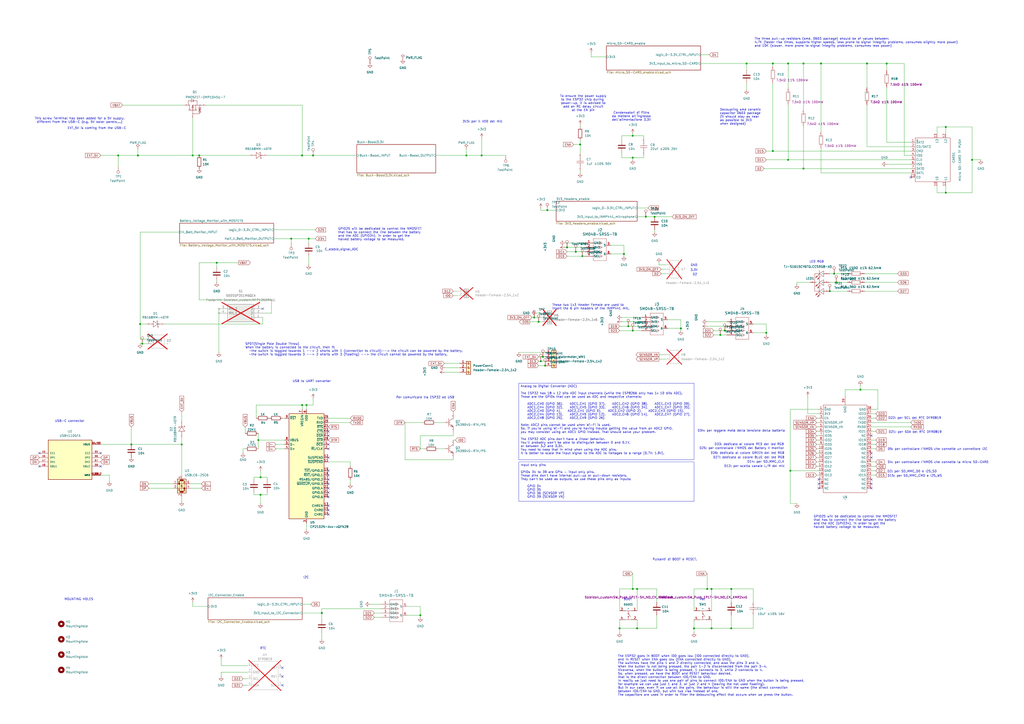
<source format=kicad_sch>
(kicad_sch (version 20250114) (generator "eeschema") (generator_version "9.0")
  (paper "A2")
  (text "3.3V" (at 402.59 156.718 0) (effects (font (size 1.27 1.27))))
  (text "D14: per SD_MMC_CLK" (at 444.246 267.97 0) (effects (font (size 1.27 1.27))))
  (text "3V3: per il VDD del mic" (at 279.908 70.612 0) (effects (font (size 1.27 1.27))))
  (text "GPIO25 will be dedicated to control the NMOSFET\nthat has to connect the line between the battery \nand the ADC (GPIO34), in order to get the \nhalved battery voltage to be measured." (at 471.932 302.768 0) (effects (font (size 1.27 1.27)) (justify left)))
  (text "This screw Terminal has been added for a 5V supply,\ndifferent from the USB-C (e.g. 5V solar panels,...)" (at 46.228 69.85 0) (effects (font (size 1.27 1.27))))
  (text "RTC" (at 152.654 376.174 0) (effects (font (size 1.27 1.27))))
  (text "D33: dedicato al colore RED del led RGB" (at 434.594 257.81 0) (effects (font (size 1.27 1.27))))
  (text "GND" (at 402.59 153.924 0) (effects (font (size 1.27 1.27))))
  (text "D2: per SD_MMC_D0 e I2S_SD" (at 529.082 273.558 0) (effects (font (size 1.27 1.27))))
  (text "MOUNTING HOLES" (at 45.72 347.726 0) (effects (font (size 1.27 1.27))))
  (text "Decoupling smd ceramic\ncapacitor 0603 package\n(it should stay as near \nas possible to 3V3 \nwhen designed)" (at 417.576 67.818 0) (effects (font (size 1.27 1.27)) (justify left)))
  (text "Per comunicare tra ESP32 ed USB" (at 246.634 230.632 0) (effects (font (size 1.27 1.27))))
  (text "D26: dedicato al colore GREEN del led RGB" (at 433.578 262.89 0) (effects (font (size 1.27 1.27))))
  (text "Pulsanti di BOOT e RESET." (at 391.414 324.612 0) (effects (font (size 1.27 1.27))))
  (text "The three pull-up resistors (smd, 0603 package) should be of values between:\n4.7K (faster rise times, supports higher speeds, less prone to signal integrity problems, consumes slightly more power)\nand 10K (slower, more prone to signal integrity problems, consumes less power)" (at 437.642 24.638 0) (effects (font (size 1.27 1.27)) (justify left)))
  (text "The ESP32 goes in BOOT when IO0 goes low (IO0 connected directly to GND),\nand in RESET when ENA goes low (ENA connected directly to GND).\nThe switches have the pins 1 and 2 directly connected, and also the pins 3 and 4.\nWhen the button is not being pressed, the pair 1-2 is disconnected from the pair 3-4.\nViceversa, when the button is being pressed, 1 connects to 3, while 2 connects to 4.\nSo, when pressed, we have the BOOT and RESET behaviour desired, \nthat is the direct connection between IO0/ENA to GND.\nIn reality we just need to use one pair of pins to connect IO0/ENA to GND when the button is being pressed,\nfor example we can use just 1 and 3, or just 2 and 4 (leaving the not used floating).\nBut in our case, even if we use all the pairs, the behaviour is still the same (the direct connection\nbetween IO0/ENA to GND, but with two vias instead of one.\nThe capacitors are used in order to filter the debouncing effect that occurs when we press the button." (at 358.394 391.922 0) (effects (font (size 1.27 1.27)) (justify left)))
  (text "D22: per SCL del RTC DFR0819" (at 530.606 242.57 0) (effects (font (size 1.27 1.27))))
  (text "LED RGB" (at 473.71 151.892 0) (effects (font (size 1.27 1.27))))
  (text "Condensatori di filtro\nda mettere all'ingresso\ndell'alimentazione 3.3V" (at 366.268 67.564 0) (effects (font (size 1.27 1.27))))
  (text "GPIO25 will be dedicated to control the NMOSFET\nthat has to connect the line between the battery \nand the ADC (GPIO34), in order to get the \nhalved battery voltage to be measured." (at 196.088 135.89 0) (effects (font (size 1.27 1.27)) (justify left)))
  (text "EXT_5V is coming from the USB-C" (at 56.134 74.422 0) (effects (font (size 1.27 1.27))))
  (text "D5: per controllare l'NMOS che connette un connettore I2C" (at 514.858 260.604 0) (effects (font (size 1.27 1.27)) (justify left)))
  (text "D12: per scelta canale L/R del mic" (at 437.642 270.51 0) (effects (font (size 1.27 1.27))))
  (text "D2" (at 403.098 159.258 0) (effects (font (size 1.27 1.27))))
  (text "USB to UART converter" (at 180.848 221.234 0) (effects (font (size 1.27 1.27))))
  (text "Rst" (at 407.416 347.726 0) (effects (font (size 1.27 1.27))))
  (text "D25: per controllare l'NMOS del Battery V monitor" (at 405.638 260.096 0) (effects (font (size 1.27 1.27)) (justify left)))
  (text "D27: dedicato al colore BLUE del led RGB" (at 434.34 265.43 0) (effects (font (size 1.27 1.27))))
  (text "To ensure the power supply\nto the ESP32 chip during \npower-up, it is advised to\nadd an RC delay circuit\nat the EN pin" (at 338.328 59.944 0) (effects (font (size 1.27 1.27))))
  (text "D15: per SD_MMC_CMD e I2S_WS" (at 530.606 276.098 0) (effects (font (size 1.27 1.27))))
  (text "SPDT(Single Pole Double Throw)\nWhen the battery is connected to the circuit, then if:\n  -the switch is toggled towards 1 --> 2 shorts with 1 (connection to circuit)--> the circuit can be powered by the battery.\n  -the switch is toggled towards 3 --> 2 shorts with 3 (floating) --> the circuit cannot be powered by the battery.\n" (at 142.24 202.692 0) (effects (font (size 1.27 1.27)) (justify left)))
  (text "I2C" (at 177.546 335.026 0) (effects (font (size 1.27 1.27))))
  (text "USB-C connector" (at 40.386 244.348 0) (effects (font (size 1.27 1.27))))
  (text "D21: per SDA del RTC DFR0819" (at 530.86 250.698 0) (effects (font (size 1.27 1.27))))
  (text "These two 1x3 Header Female are used to\ninsert the 6 pin headers of the INMP441 mic." (at 320.294 178.054 0) (effects (font (size 1.27 1.27)) (justify left)))
  (text "C_stable_signal_ADC" (at 198.12 144.78 0) (effects (font (size 1.27 1.27))))
  (text "BOOT" (at 364.236 347.726 0) (effects (font (size 1.27 1.27))))
  (text "D34: per leggere metà della tensione della batteria" (at 404.622 249.936 0) (effects (font (size 1.27 1.27)) (justify left)))
  (text "D4: per controllare l'NMOS che connette la micro SD-CARD" (at 514.858 268.224 0) (effects (font (size 1.27 1.27)) (justify left)))
  (text_box "Input only pins\n\nGPIOs 34 to 39 are GPIs - input only pins. \nThese pins don't have internal pull-up or pull-down resistors. \nThey can't be used as outputs, so use these pins only as inputs:\n\n    GPIO 34\n    GPIO 35\n    GPIO 36 (SENSOR VP)\n    GPIO 39 (SENSOR VN)\n" (at 300.99 267.97 0) (size 101.6 22.86) (margins 0.9525 0.9525 0.9525 0.9525) (effects (font (size 1.27 1.27)) (justify left top)))
  (text_box "Analog to Digital Converter (ADC)\n\nThe ESP32 has 18 x 12 bits ADC input channels (while the ESP8266 only has 1x 10 bits ADC). \nThese are the GPIOs that can be used as ADC and respective channels:\n\n    ADC1_CH0 (GPIO 36),    ADC1_CH1 (GPIO 37),    ADC1_CH2 (GPIO 38),    ADC1_CH3 (GPIO 39),\n    ADC1_CH4 (GPIO 32),    ADC1_CH5 (GPIO 33),    ADC1_CH6 (GPIO 34),    ADC1_CH7 (GPIO 35),\n    ADC2_CH0 (GPIO 4),    ADC2_CH1 (GPIO 0),    ADC2_CH2 (GPIO 2),    ADC2_CH3 (GPIO 15),\n    ADC2_CH4 (GPIO 13),    ADC2_CH5 (GPIO 12),    ADC2_CH6 (GPIO 14),    ADC2_CH7 (GPIO 27),\n    ADC2_CH8 (GPIO 25),    ADC2_CH9 (GPIO 26)\n\nNote: ADC2 pins cannot be used when Wi-Fi is used. \nSo, if you're using Wi-Fi and you're having trouble getting the value from an ADC2 GPIO, \nyou may consider using an ADC1 GPIO instead. That should solve your problem.\n\nThe ESP32 ADC pins don't have a linear behavior. \nYou'll probably won't be able to distinguish between 0 and 0.1V, \nor between 3.2 and 3.3V. \nYou need to keep that in mind when using the ADC pins.\nIt is better to scale the input signal to the ADC to Voltages to a range [0.7V; 1.9V]." (at 300.99 222.25 0) (size 101.6 44.45) (margins 0.9525 0.9525 0.9525 0.9525) (effects (font (size 1.27 1.27)) (justify left top)))
  (junction (at 481.33 168.91))
  (junction (at 313.69 209.55))
  (junction (at 149.86 255.27))
  (junction (at 336.55 83.82))
  (junction (at 369.57 364.49))
  (junction (at 433.07 36.83))
  (junction (at 466.09 36.83))
  (junction (at 175.26 234.95))
  (junction (at 466.09 97.79))
  (junction (at 402.59 364.49))
  (junction (at 458.47 273.05))
  (junction (at 448.31 36.83))
  (junction (at 369.57 341.63))
  (junction (at 81.28 187.96))
  (junction (at 448.31 87.63))
  (junction (at 179.07 138.43))
  (junction (at 151.13 287.02))
  (junction (at 367.03 78.74))
  (junction (at 337.82 148.59))
  (junction (at 394.97 190.5))
  (junction (at 364.49 189.23))
  (junction (at 410.21 341.63))
  (junction (at 317.5 121.92))
  (junction (at 548.64 73.66))
  (junction (at 361.95 147.32))
  (junction (at 502.92 36.83))
  (junction (at 483.87 158.75))
  (junction (at 82.55 199.39))
  (junction (at 125.73 152.4))
  (junction (at 412.75 364.49))
  (junction (at 186.69 355.6))
  (junction (at 563.88 92.71))
  (junction (at 115.57 90.17))
  (junction (at 412.75 341.63))
  (junction (at 270.51 90.17))
  (junction (at 367.03 341.63))
  (junction (at 420.37 191.77))
  (junction (at 316.23 212.09))
  (junction (at 111.76 90.17))
  (junction (at 476.25 36.83))
  (junction (at 175.26 90.17))
  (junction (at 514.35 36.83))
  (junction (at 151.13 276.86))
  (junction (at 328.93 143.51))
  (junction (at 548.64 111.76))
  (junction (at 424.18 341.63))
  (junction (at 181.61 90.17))
  (junction (at 80.01 90.17))
  (junction (at 367.03 191.77))
  (junction (at 417.83 194.31))
  (junction (at 499.11 226.06))
  (junction (at 312.42 186.69))
  (junction (at 485.14 163.83))
  (junction (at 379.73 125.73))
  (junction (at 243.84 356.87))
  (junction (at 424.18 364.49))
  (junction (at 68.58 90.17))
  (junction (at 279.4 90.17))
  (junction (at 309.88 184.15))
  (junction (at 168.91 138.43))
  (junction (at 177.8 234.95))
  (junction (at 367.03 91.44))
  (junction (at 105.41 257.81))
  (junction (at 374.65 125.73))
  (junction (at 457.2 92.71))
  (junction (at 76.2 257.81))
  (junction (at 457.2 36.83))
  (junction (at 444.5 193.04))
  (junction (at 334.01 146.05))
  (junction (at 314.96 207.01))
  (junction (at 359.41 364.49))
  (no_connect (at 505.46 262.89))
  (no_connect (at 190.5 293.37))
  (no_connect (at 190.5 252.73))
  (no_connect (at 190.5 273.05))
  (no_connect (at 528.32 102.87))
  (no_connect (at 190.5 280.67))
  (no_connect (at 22.86 262.89))
  (no_connect (at 190.5 250.19))
  (no_connect (at 22.86 270.51))
  (no_connect (at 190.5 260.35))
  (no_connect (at 58.42 262.89))
  (no_connect (at 474.98 283.21))
  (no_connect (at 190.5 283.21))
  (no_connect (at 163.83 392.43))
  (no_connect (at 505.46 265.43))
  (no_connect (at 58.42 270.51))
  (no_connect (at 190.5 265.43))
  (no_connect (at 190.5 278.13))
  (no_connect (at 505.46 252.73))
  (no_connect (at 190.5 298.45))
  (no_connect (at 505.46 278.13))
  (no_connect (at 190.5 285.75))
  (no_connect (at 190.5 288.29))
  (no_connect (at 190.5 275.59))
  (no_connect (at 163.83 387.35))
  (no_connect (at 163.83 397.51))
  (no_connect (at 505.46 280.67))
  (no_connect (at 505.46 283.21))
  (no_connect (at 190.5 295.91))
  (no_connect (at 152.4 179.07))
  (no_connect (at 474.98 280.67))
  (no_connect (at 190.5 257.81))
  (no_connect (at 474.98 278.13))
  (wire (pts (xy 257.81 215.9) (xy 266.7 215.9)))
  (wire (pts (xy 508 275.59) (xy 505.46 275.59)))
  (wire (pts (xy 466.09 97.79) (xy 528.32 97.79)))
  (wire (pts (xy 528.32 247.65) (xy 505.46 247.65)))
  (wire (pts (xy 508 267.97) (xy 505.46 267.97)))
  (wire (pts (xy 424.18 364.49) (xy 424.18 356.87)))
  (wire (pts (xy 95.25 187.96) (xy 152.4 187.96)))
  (wire (pts (xy 548.64 73.66) (xy 563.88 73.66)))
  (wire (pts (xy 473.71 260.35) (xy 474.98 260.35)))
  (wire (pts (xy 448.31 87.63) (xy 528.32 87.63)))
  (wire (pts (xy 149.86 255.27) (xy 149.86 260.35)))
  (wire (pts (xy 514.35 95.25) (xy 528.32 95.25)))
  (wire (pts (xy 82.55 199.39) (xy 85.09 199.39)))
  (wire (pts (xy 252.73 245.11) (xy 257.81 245.11)))
  (wire (pts (xy 360.68 184.15) (xy 372.11 184.15)))
  (wire (pts (xy 125.73 152.4) (xy 138.43 152.4)))
  (wire (pts (xy 214.63 350.52) (xy 220.98 350.52)))
  (wire (pts (xy 499.11 226.06) (xy 509.27 226.06)))
  (wire (pts (xy 86.36 280.67) (xy 100.33 280.67)))
  (wire (pts (xy 458.47 292.1) (xy 462.28 292.1)))
  (wire (pts (xy 501.65 163.83) (xy 520.7 163.83)))
  (wire (pts (xy 433.07 36.83) (xy 433.07 40.64)))
  (wire (pts (xy 181.61 90.17) (xy 207.01 90.17)))
  (wire (pts (xy 149.86 255.27) (xy 165.1 255.27)))
  (wire (pts (xy 367.03 77.47) (xy 367.03 78.74)))
  (wire (pts (xy 473.71 270.51) (xy 474.98 270.51)))
  (wire (pts (xy 410.21 186.69) (xy 421.64 186.69)))
  (wire (pts (xy 354.33 147.32) (xy 361.95 147.32)))
  (wire (pts (xy 336.55 72.39) (xy 336.55 73.66)))
  (wire (pts (xy 361.95 142.24) (xy 361.95 147.32)))
  (wire (pts (xy 313.69 209.55) (xy 316.23 209.55)))
  (wire (pts (xy 360.68 91.44) (xy 367.03 91.44)))
  (wire (pts (xy 508 257.81) (xy 505.46 257.81)))
  (wire (pts (xy 111.76 351.79) (xy 120.65 351.79)))
  (wire (pts (xy 262.89 250.19) (xy 262.89 252.73)))
  (wire (pts (xy 483.87 158.75) (xy 491.49 158.75)))
  (wire (pts (xy 105.41 238.76) (xy 105.41 243.84)))
  (wire (pts (xy 128.27 382.27) (xy 128.27 386.08)))
  (wire (pts (xy 373.38 90.17) (xy 373.38 91.44)))
  (wire (pts (xy 186.69 355.6) (xy 186.69 359.41)))
  (wire (pts (xy 63.5 279.4) (xy 63.5 275.59)))
  (wire (pts (xy 473.71 245.11) (xy 474.98 245.11)))
  (wire (pts (xy 332.74 83.82) (xy 336.55 83.82)))
  (wire (pts (xy 160.02 260.35) (xy 165.1 260.35)))
  (wire (pts (xy 543.56 107.95) (xy 543.56 111.76)))
  (wire (pts (xy 436.88 341.63) (xy 424.18 341.63)))
  (wire (pts (xy 154.94 276.86) (xy 154.94 278.13)))
  (wire (pts (xy 115.57 173.99) (xy 115.57 152.4)))
  (wire (pts (xy 336.55 88.9) (xy 336.55 83.82)))
  (wire (pts (xy 402.59 364.49) (xy 402.59 367.03)))
  (wire (pts (xy 501.65 158.75) (xy 520.7 158.75)))
  (wire (pts (xy 312.42 212.09) (xy 316.23 212.09)))
  (wire (pts (xy 312.42 186.69) (xy 313.69 186.69)))
  (wire (pts (xy 115.57 173.99) (xy 157.48 173.99)))
  (wire (pts (xy 307.34 186.69) (xy 312.42 186.69)))
  (wire (pts (xy 125.73 152.4) (xy 125.73 154.94)))
  (wire (pts (xy 412.75 364.49) (xy 402.59 364.49)))
  (wire (pts (xy 466.09 36.83) (xy 476.25 36.83)))
  (wire (pts (xy 81.28 134.62) (xy 104.14 134.62)))
  (wire (pts (xy 300.99 204.47) (xy 316.23 204.47)))
  (wire (pts (xy 127 179.07) (xy 127 204.47)))
  (wire (pts (xy 402.59 341.63) (xy 410.21 341.63)))
  (wire (pts (xy 81.28 187.96) (xy 81.28 196.85)))
  (wire (pts (xy 448.31 36.83) (xy 448.31 38.1)))
  (wire (pts (xy 313.69 120.65) (xy 313.69 121.92)))
  (wire (pts (xy 151.13 276.86) (xy 154.94 276.86)))
  (wire (pts (xy 311.15 181.61) (xy 313.69 181.61)))
  (wire (pts (xy 457.2 36.83) (xy 466.09 36.83)))
  (wire (pts (xy 128.27 392.43) (xy 128.27 389.89)))
  (wire (pts (xy 158.75 138.43) (xy 168.91 138.43)))
  (wire (pts (xy 58.42 275.59) (xy 63.5 275.59)))
  (wire (pts (xy 443.23 97.79) (xy 466.09 97.79)))
  (wire (pts (xy 410.21 341.63) (xy 412.75 341.63)))
  (wire (pts (xy 154.94 90.17) (xy 175.26 90.17)))
  (wire (pts (xy 262.89 266.7) (xy 262.89 265.43)))
  (wire (pts (xy 433.07 36.83) (xy 448.31 36.83)))
  (wire (pts (xy 158.75 133.35) (xy 182.88 133.35)))
  (wire (pts (xy 111.76 90.17) (xy 115.57 90.17)))
  (wire (pts (xy 105.41 254) (xy 105.41 257.81)))
  (wire (pts (xy 508 242.57) (xy 505.46 242.57)))
  (wire (pts (xy 394.97 185.42) (xy 394.97 190.5)))
  (wire (pts (xy 262.89 171.45) (xy 265.43 171.45)))
  (wire (pts (xy 243.84 356.87) (xy 243.84 358.14)))
  (wire (pts (xy 68.58 90.17) (xy 80.01 90.17)))
  (wire (pts (xy 383.54 156.21) (xy 386.08 156.21)))
  (wire (pts (xy 524.51 36.83) (xy 524.51 90.17)))
  (wire (pts (xy 473.71 275.59) (xy 474.98 275.59)))
  (wire (pts (xy 481.33 168.91) (xy 491.49 168.91)))
  (wire (pts (xy 149.86 251.46) (xy 149.86 255.27)))
  (wire (pts (xy 481.33 158.75) (xy 483.87 158.75)))
  (wire (pts (xy 81.28 187.96) (xy 85.09 187.96)))
  (wire (pts (xy 473.71 255.27) (xy 474.98 255.27)))
  (wire (pts (xy 509.27 226.06) (xy 509.27 237.49)))
  (wire (pts (xy 154.94 287.02) (xy 154.94 285.75)))
  (wire (pts (xy 473.71 262.89) (xy 474.98 262.89)))
  (wire (pts (xy 359.41 341.63) (xy 367.03 341.63)))
  (wire (pts (xy 457.2 60.96) (xy 457.2 92.71)))
  (wire (pts (xy 203.2 242.57) (xy 190.5 242.57)))
  (wire (pts (xy 186.69 370.84) (xy 186.69 367.03)))
  (wire (pts (xy 148.59 234.95) (xy 175.26 234.95)))
  (wire (pts (xy 514.35 82.55) (xy 528.32 82.55)))
  (wire (pts (xy 76.2 247.65) (xy 76.2 257.81)))
  (wire (pts (xy 406.4 36.83) (xy 433.07 36.83)))
  (wire (pts (xy 177.8 303.53) (xy 177.8 307.34)))
  (wire (pts (xy 444.5 187.96) (xy 444.5 193.04)))
  (wire (pts (xy 328.93 148.59) (xy 337.82 148.59)))
  (wire (pts (xy 360.68 91.44) (xy 360.68 88.9)))
  (wire (pts (xy 220.98 353.06) (xy 186.69 353.06)))
  (wire (pts (xy 414.02 194.31) (xy 417.83 194.31)))
  (wire (pts (xy 476.25 86.36) (xy 476.25 100.33)))
  (wire (pts (xy 234.95 266.7) (xy 262.89 266.7)))
  (wire (pts (xy 548.64 111.76) (xy 563.88 111.76)))
  (wire (pts (xy 448.31 48.26) (xy 448.31 87.63)))
  (wire (pts (xy 473.71 250.19) (xy 474.98 250.19)))
  (wire (pts (xy 444.5 87.63) (xy 448.31 87.63)))
  (wire (pts (xy 524.51 90.17) (xy 528.32 90.17)))
  (wire (pts (xy 257.81 210.82) (xy 266.7 210.82)))
  (wire (pts (xy 336.55 99.06) (xy 336.55 100.33)))
  (wire (pts (xy 473.71 242.57) (xy 474.98 242.57)))
  (wire (pts (xy 473.71 247.65) (xy 474.98 247.65)))
  (wire (pts (xy 373.38 80.01) (xy 373.38 78.74)))
  (wire (pts (xy 234.95 245.11) (xy 234.95 266.7)))
  (wire (pts (xy 151.13 287.02) (xy 151.13 292.1)))
  (wire (pts (xy 309.88 184.15) (xy 313.69 184.15)))
  (wire (pts (xy 342.9 30.48) (xy 342.9 33.02)))
  (wire (pts (xy 466.09 73.66) (xy 466.09 97.79)))
  (wire (pts (xy 142.24 251.46) (xy 142.24 247.65)))
  (wire (pts (xy 179.07 148.59) (xy 179.07 153.67)))
  (wire (pts (xy 412.75 359.41) (xy 412.75 364.49)))
  (wire (pts (xy 508 255.27) (xy 505.46 255.27)))
  (wire (pts (xy 502.92 85.09) (xy 528.32 85.09)))
  (wire (pts (xy 175.26 355.6) (xy 186.69 355.6)))
  (wire (pts (xy 119.38 60.96) (xy 175.26 60.96)))
  (wire (pts (xy 369.57 120.65) (xy 375.92 120.65)))
  (wire (pts (xy 328.93 146.05) (xy 334.01 146.05)))
  (wire (pts (xy 359.41 359.41) (xy 359.41 364.49)))
  (wire (pts (xy 473.71 267.97) (xy 474.98 267.97)))
  (wire (pts (xy 468.63 229.87) (xy 468.63 240.03)))
  (wire (pts (xy 203.2 245.11) (xy 190.5 245.11)))
  (wire (pts (xy 457.2 92.71) (xy 528.32 92.71)))
  (wire (pts (xy 181.61 231.14) (xy 181.61 234.95)))
  (wire (pts (xy 58.42 90.17) (xy 68.58 90.17)))
  (wire (pts (xy 147.32 287.02) (xy 151.13 287.02)))
  (wire (pts (xy 476.25 36.83) (xy 502.92 36.83)))
  (wire (pts (xy 270.51 86.36) (xy 270.51 90.17)))
  (wire (pts (xy 382.27 208.28) (xy 386.08 208.28)))
  (wire (pts (xy 337.82 148.59) (xy 339.09 148.59)))
  (wire (pts (xy 147.32 287.02) (xy 147.32 285.75)))
  (wire (pts (xy 448.31 36.83) (xy 457.2 36.83)))
  (wire (pts (xy 379.73 125.73) (xy 389.89 125.73)))
  (wire (pts (xy 147.32 276.86) (xy 151.13 276.86)))
  (wire (pts (xy 234.95 245.11) (xy 245.11 245.11)))
  (wire (pts (xy 105.41 257.81) (xy 105.41 275.59)))
  (wire (pts (xy 80.01 86.36) (xy 80.01 90.17)))
  (wire (pts (xy 382.27 205.74) (xy 386.08 205.74)))
  (wire (pts (xy 264.16 255.27) (xy 262.89 255.27)))
  (wire (pts (xy 360.68 78.74) (xy 360.68 81.28)))
  (wire (pts (xy 414.02 191.77) (xy 420.37 191.77)))
  (wire (pts (xy 128.27 386.08) (xy 143.51 386.08)))
  (wire (pts (xy 254 260.35) (xy 257.81 260.35)))
  (wire (pts (xy 367.03 191.77) (xy 372.11 191.77)))
  (wire (pts (xy 508 260.35) (xy 505.46 260.35)))
  (wire (pts (xy 410.21 189.23) (xy 421.64 189.23)))
  (wire (pts (xy 68.58 90.17) (xy 68.58 96.52)))
  (wire (pts (xy 177.8 234.95) (xy 177.8 237.49)))
  (wire (pts (xy 369.57 125.73) (xy 374.65 125.73)))
  (wire (pts (xy 543.56 111.76) (xy 548.64 111.76)))
  (wire (pts (xy 327.66 143.51) (xy 328.93 143.51)))
  (wire (pts (xy 367.03 341.63) (xy 367.03 332.74)))
  (wire (pts (xy 361.95 147.32) (xy 361.95 148.59)))
  (wire (pts (xy 115.57 152.4) (xy 125.73 152.4)))
  (wire (pts (xy 110.49 283.21) (xy 116.84 283.21)))
  (wire (pts (xy 444.5 92.71) (xy 457.2 92.71)))
  (wire (pts (xy 381 364.49) (xy 381 356.87)))
  (wire (pts (xy 179.07 138.43) (xy 182.88 138.43)))
  (wire (pts (xy 548.64 73.66) (xy 548.64 77.47)))
  (wire (pts (xy 328.93 143.51) (xy 339.09 143.51)))
  (wire (pts (xy 508 240.03) (xy 505.46 240.03)))
  (wire (pts (xy 157.48 181.61) (xy 152.4 181.61)))
  (wire (pts (xy 402.59 354.33) (xy 402.59 341.63)))
  (wire (pts (xy 481.33 163.83) (xy 485.14 163.83)))
  (wire (pts (xy 279.4 80.01) (xy 279.4 90.17)))
  (wire (pts (xy 262.89 238.76) (xy 262.89 240.03)))
  (wire (pts (xy 359.41 191.77) (xy 367.03 191.77)))
  (wire (pts (xy 115.57 90.17) (xy 144.78 90.17)))
  (wire (pts (xy 175.26 90.17) (xy 181.61 90.17)))
  (wire (pts (xy 140.97 260.35) (xy 140.97 262.89)))
  (wire (pts (xy 243.84 252.73) (xy 243.84 260.35)))
  (wire (pts (xy 476.25 100.33) (xy 528.32 100.33)))
  (wire (pts (xy 387.35 185.42) (xy 394.97 185.42)))
  (wire (pts (xy 508 250.19) (xy 505.46 250.19)))
  (wire (pts (xy 168.91 138.43) (xy 179.07 138.43)))
  (wire (pts (xy 436.88 187.96) (xy 444.5 187.96)))
  (wire (pts (xy 474.98 237.49) (xy 458.47 237.49)))
  (wire (pts (xy 490.22 229.87) (xy 490.22 226.06)))
  (wire (pts (xy 433.07 52.07) (xy 433.07 48.26)))
  (wire (pts (xy 336.55 81.28) (xy 336.55 83.82)))
  (wire (pts (xy 502.92 36.83) (xy 502.92 50.8)))
  (wire (pts (xy 485.14 163.83) (xy 491.49 163.83)))
  (wire (pts (xy 424.18 341.63) (xy 424.18 349.25)))
  (wire (pts (xy 420.37 191.77) (xy 421.64 191.77)))
  (wire (pts (xy 111.76 68.58) (xy 111.76 90.17)))
  (wire (pts (xy 367.03 91.44) (xy 373.38 91.44)))
  (wire (pts (xy 354.33 142.24) (xy 361.95 142.24)))
  (wire (pts (xy 147.32 276.86) (xy 147.32 278.13)))
  (wire (pts (xy 412.75 341.63) (xy 424.18 341.63)))
  (wire (pts (xy 58.42 257.81) (xy 76.2 257.81)))
  (wire (pts (xy 140.97 397.51) (xy 143.51 397.51)))
  (wire (pts (xy 125.73 162.56) (xy 125.73 163.83)))
  (wire (pts (xy 457.2 36.83) (xy 457.2 50.8)))
  (wire (pts (xy 468.63 240.03) (xy 474.98 240.03)))
  (wire (pts (xy 81.28 196.85) (xy 85.09 196.85)))
  (wire (pts (xy 373.38 78.74) (xy 367.03 78.74)))
  (wire (pts (xy 502.92 60.96) (xy 502.92 85.09)))
  (wire (pts (xy 342.9 33.02) (xy 351.79 33.02)))
  (wire (pts (xy 177.8 234.95) (xy 181.61 234.95)))
  (wire (pts (xy 543.56 77.47) (xy 543.56 73.66)))
  (wire (pts (xy 80.01 90.17) (xy 111.76 90.17)))
  (wire (pts (xy 383.54 158.75) (xy 386.08 158.75)))
  (wire (pts (xy 514.35 50.8) (xy 514.35 82.55)))
  (wire (pts (xy 217.17 355.6) (xy 220.98 355.6)))
  (wire (pts (xy 379.73 134.62) (xy 379.73 133.35)))
  (wire (pts (xy 203.2 270.51) (xy 203.2 267.97)))
  (wire (pts (xy 424.18 364.49) (xy 436.88 364.49)))
  (wire (pts (xy 111.76 349.25) (xy 111.76 351.79)))
  (wire (pts (xy 359.41 189.23) (xy 364.49 189.23)))
  (wire (pts (xy 458.47 273.05) (xy 458.47 292.1)))
  (wire (pts (xy 160.02 257.81) (xy 165.1 257.81)))
  (wire (pts (xy 374.65 125.73) (xy 379.73 125.73)))
  (wire (pts (xy 563.88 111.76) (xy 563.88 92.71)))
  (wire (pts (xy 382.27 153.67) (xy 386.08 153.67)))
  (wire (pts (xy 369.57 364.49) (xy 359.41 364.49)))
  (wire (pts (xy 327.66 140.97) (xy 339.09 140.97)))
  (wire (pts (xy 548.64 107.95) (xy 548.64 111.76)))
  (wire (pts (xy 458.47 273.05) (xy 474.98 273.05)))
  (wire (pts (xy 203.2 278.13) (xy 203.2 280.67)))
  (wire (pts (xy 317.5 121.92) (xy 322.58 121.92)))
  (wire (pts (xy 359.41 354.33) (xy 359.41 341.63)))
  (wire (pts (xy 369.57 364.49) (xy 381 364.49)))
  (wire (pts (xy 436.88 193.04) (xy 444.5 193.04)))
  (wire (pts (xy 152.4 184.15) (xy 152.4 187.96)))
  (wire (pts (xy 243.84 351.79) (xy 243.84 356.87)))
  (wire (pts (xy 163.83 242.57) (xy 165.1 242.57)))
  (wire (pts (xy 293.37 90.17) (xy 279.4 90.17)))
  (wire (pts (xy 312.42 209.55) (xy 313.69 209.55)))
  (wire (pts (xy 364.49 189.23) (xy 372.11 189.23)))
  (wire (pts (xy 367.03 92.71) (xy 367.03 91.44)))
  (wire (pts (xy 157.48 173.99) (xy 157.48 181.61)))
  (wire (pts (xy 360.68 186.69) (xy 372.11 186.69)))
  (wire (pts (xy 270.51 90.17) (xy 279.4 90.17)))
  (wire (pts (xy 243.84 260.35) (xy 246.38 260.35)))
  (wire (pts (xy 367.03 341.63) (xy 369.57 341.63)))
  (wire (pts (xy 110.49 280.67) (xy 116.84 280.67)))
  (wire (pts (xy 505.46 237.49) (xy 509.27 237.49)))
  (wire (pts (xy 76.2 257.81) (xy 105.41 257.81)))
  (wire (pts (xy 257.81 213.36) (xy 266.7 213.36)))
  (wire (pts (xy 334.01 146.05) (xy 339.09 146.05)))
  (wire (pts (xy 490.22 226.06) (xy 499.11 226.06)))
  (wire (pts (xy 473.71 257.81) (xy 474.98 257.81)))
  (wire (pts (xy 179.07 138.43) (xy 179.07 140.97)))
  (wire (pts (xy 382.27 153.67) (xy 382.27 152.4)))
  (wire (pts (xy 105.41 288.29) (xy 105.41 290.83)))
  (wire (pts (xy 151.13 287.02) (xy 154.94 287.02)))
  (wire (pts (xy 140.97 260.35) (xy 142.24 260.35)))
  (wire (pts (xy 387.35 190.5) (xy 394.97 190.5)))
  (wire (pts (xy 175.26 350.52) (xy 180.34 350.52)))
  (wire (pts (xy 402.59 359.41) (xy 402.59 364.49)))
  (wire (pts (xy 148.59 242.57) (xy 148.59 234.95)))
  (wire (pts (xy 508 270.51) (xy 505.46 270.51)))
  (wire (pts (xy 381 341.63) (xy 381 349.25)))
  (wire (pts (xy 359.41 364.49) (xy 359.41 367.03)))
  (wire (pts (xy 501.65 168.91) (xy 520.7 168.91)))
  (wire (pts (xy 236.22 351.79) (xy 243.84 351.79)))
  (wire (pts (xy 410.21 341.63) (xy 410.21 332.74)))
  (wire (pts (xy 186.69 353.06) (xy 186.69 355.6)))
  (wire (pts (xy 369.57 359.41) (xy 369.57 364.49)))
  (wire (pts (xy 81.28 199.39) (xy 82.55 199.39)))
  (wire (pts (xy 369.57 341.63) (xy 369.57 354.33)))
  (wire (pts (xy 476.25 36.83) (xy 476.25 76.2)))
  (wire (pts (xy 262.89 168.91) (xy 265.43 168.91)))
  (wire (pts (xy 514.35 36.83) (xy 514.35 40.64)))
  (wire (pts (xy 262.89 252.73) (xy 243.84 252.73)))
  (wire (pts (xy 473.71 265.43) (xy 474.98 265.43)))
  (wire (pts (xy 81.28 134.62) (xy 81.28 187.96)))
  (wire (pts (xy 499.11 223.52) (xy 499.11 226.06)))
  (wire (pts (xy 462.28 165.1) (xy 462.28 163.83)))
  (wire (pts (xy 175.26 234.95) (xy 175.26 237.49)))
  (wire (pts (xy 412.75 341.63) (xy 412.75 354.33)))
  (wire (pts (xy 314.96 207.01) (xy 316.23 207.01)))
  (wire (pts (xy 360.68 78.74) (xy 367.03 78.74)))
  (wire (pts (xy 313.69 121.92) (xy 317.5 121.92)))
  (wire (pts (xy 308.61 184.15) (xy 309.88 184.15)))
  (wire (pts (xy 543.56 73.66) (xy 548.64 73.66)))
  (wire (pts (xy 394.97 190.5) (xy 394.97 191.77)))
  (wire (pts (xy 175.26 60.96) (xy 175.26 90.17)))
  (wire (pts (xy 236.22 356.87) (xy 243.84 356.87)))
  (wire (pts (xy 502.92 36.83) (xy 514.35 36.83)))
  (wire (pts (xy 444.5 193.04) (xy 444.5 194.31)))
  (wire (pts (xy 563.88 92.71) (xy 568.96 92.71)))
  (wire (pts (xy 412.75 364.49) (xy 424.18 364.49)))
  (wire (pts (xy 458.47 237.49) (xy 458.47 273.05)))
  (wire (pts (xy 71.12 60.96) (xy 106.68 60.96)))
  (wire (pts (xy 86.36 283.21) (xy 100.33 283.21)))
  (wire (pts (xy 151.13 273.05) (xy 151.13 276.86)))
  (wire (pts (xy 466.09 36.83) (xy 466.09 63.5)))
  (wire (pts (xy 252.73 90.17) (xy 270.51 90.17)))
  (wire (pts (xy 140.97 393.7) (xy 143.51 393.7)))
  (wire (pts (xy 175.26 234.95) (xy 177.8 234.95)))
  (wire (pts (xy 514.35 36.83) (xy 524.51 36.83)))
  (wire (pts (xy 369.57 341.63) (xy 381 341.63)))
  (wire (pts (xy 406.4 31.75) (xy 411.48 31.75)))
  (wire (pts (xy 312.42 207.01) (xy 314.96 207.01)))
  (wire (pts (xy 462.28 163.83) (xy 469.9 163.83)))
  (wire (pts (xy 473.71 252.73) (xy 474.98 252.73)))
  (wire (pts (xy 528.32 245.11) (xy 505.46 245.11)))
  (wire (pts (xy 436.88 356.87) (xy 436.88 364.49)))
  (wire (pts (xy 417.83 194.31) (xy 421.64 194.31)))
  (wire (pts (xy 508 273.05) (xy 505.46 273.05)))
  (wire (pts (xy 128.27 389.89) (xy 143.51 389.89)))
  (wire (pts (xy 168.91 138.43) (xy 168.91 140.97)))
  (wire (pts (xy 190.5 267.97) (xy 203.2 267.97)))
  (wire (pts (xy 563.88 73.66) (xy 563.88 92.71)))
  (wire (pts (xy 436.88 349.25) (xy 436.88 341.63)))
  (wire (pts (xy 217.17 358.14) (xy 220.98 358.14)))
  (global_label "EXT_5V" (shape input) (at 257.81 210.82 180) (property "Intersheetrefs" "${INTERSHEET_REFS}" (effects (hide yes))))
  (global_label "D4" (shape input) (at 411.48 31.75 0) (property "Intersheetrefs" "${INTERSHEET_REFS}" (effects (hide yes))))
  (global_label "D+" (shape input) (at 160.02 260.35 180) (property "Intersheetrefs" "${INTERSHEET_REFS}" (effects (hide yes))))
  (global_label "D33" (shape input) (at 520.7 158.75 0) (property "Intersheetrefs" "${INTERSHEET_REFS}" (effects (hide yes))))
  (global_label "RTS" (shape input) (at 243.84 260.35 180) (property "Intersheetrefs" "${INTERSHEET_REFS}" (effects (hide yes))))
  (global_label "D12" (shape input) (at 262.89 168.91 180) (property "Intersheetrefs" "${INTERSHEET_REFS}" (effects (hide yes))))
  (global_label "D2" (shape input) (at 383.54 158.75 180) (property "Intersheetrefs" "${INTERSHEET_REFS}" (effects (hide yes))))
  (global_label "D35" (shape input) (at 473.71 252.73 180) (property "Intersheetrefs" "${INTERSHEET_REFS}" (effects (hide yes))))
  (global_label "ENA" (shape input) (at 262.89 238.76 90) (property "Intersheetrefs" "${INTERSHEET_REFS}" (effects (hide yes))))
  (global_label "D19" (shape input) (at 508 255.27 0) (property "Intersheetrefs" "${INTERSHEET_REFS}" (effects (hide yes))))
  (global_label "D21" (shape input) (at 140.97 397.51 180) (property "Intersheetrefs" "${INTERSHEET_REFS}" (effects (hide yes))))
  (global_label "D21" (shape input) (at 414.02 191.77 180) (property "Intersheetrefs" "${INTERSHEET_REFS}" (effects (hide yes))))
  (global_label "IO0" (shape input) (at 264.16 255.27 0) (property "Intersheetrefs" "${INTERSHEET_REFS}" (effects (hide yes))))
  (global_label "DP" (shape input) (at 22.86 265.43 180) (property "Intersheetrefs" "${INTERSHEET_REFS}" (effects (hide yes))))
  (global_label "3V3_ON_OFF" (shape input) (at 389.89 125.73 0) (property "Intersheetrefs" "${INTERSHEET_REFS}" (effects (hide yes))))
  (global_label "D22" (shape input) (at 508 242.57 0) (property "Intersheetrefs" "${INTERSHEET_REFS}" (effects (hide yes))))
  (global_label "D18" (shape input) (at 375.92 120.65 0) (property "Intersheetrefs" "${INTERSHEET_REFS}" (effects (hide yes))))
  (global_label "SENSOR_VP" (shape output) (at 382.27 208.28 180) (property "Intersheetrefs" "${INTERSHEET_REFS}" (effects (hide yes))))
  (global_label "D15" (shape input) (at 328.93 148.59 180) (property "Intersheetrefs" "${INTERSHEET_REFS}" (effects (hide yes))))
  (global_label "RXD0" (shape input) (at 528.32 247.65 0) (property "Intersheetrefs" "${INTERSHEET_REFS}" (effects (hide yes))))
  (global_label "D13" (shape input) (at 473.71 275.59 180) (property "Intersheetrefs" "${INTERSHEET_REFS}" (effects (hide yes))))
  (global_label "DN" (shape input) (at 58.42 267.97 0) (property "Intersheetrefs" "${INTERSHEET_REFS}" (effects (hide yes))))
  (global_label "D32" (shape input) (at 473.71 255.27 180) (property "Intersheetrefs" "${INTERSHEET_REFS}" (effects (hide yes))))
  (global_label "D5" (shape input) (at 180.34 350.52 0) (property "Intersheetrefs" "${INTERSHEET_REFS}" (effects (hide yes))))
  (global_label "VBAT" (shape output) (at 138.43 152.4 0) (property "Intersheetrefs" "${INTERSHEET_REFS}" (effects (hide yes))))
  (global_label "DN" (shape input) (at 22.86 267.97 180) (property "Intersheetrefs" "${INTERSHEET_REFS}" (effects (hide yes))))
  (global_label "D15" (shape input) (at 444.5 87.63 180) (property "Intersheetrefs" "${INTERSHEET_REFS}" (effects (hide yes))))
  (global_label "D32" (shape input) (at 312.42 212.09 180) (property "Intersheetrefs" "${INTERSHEET_REFS}" (effects (hide yes))))
  (global_label "IO0" (shape input) (at 367.03 332.74 180) (property "Intersheetrefs" "${INTERSHEET_REFS}" (effects (hide yes))))
  (global_label "VBAT" (shape input) (at 71.12 60.96 180) (property "Intersheetrefs" "${INTERSHEET_REFS}" (effects (hide yes))))
  (global_label "D-" (shape input) (at 116.84 280.67 0) (property "Intersheetrefs" "${INTERSHEET_REFS}" (effects (hide yes))))
  (global_label "D34" (shape input) (at 473.71 250.19 180) (property "Intersheetrefs" "${INTERSHEET_REFS}" (effects (hide yes))))
  (global_label "D27" (shape input) (at 520.7 168.91 0) (property "Intersheetrefs" "${INTERSHEET_REFS}" (effects (hide yes))))
  (global_label "SENSOR_VN" (shape input) (at 473.71 247.65 180) (property "Intersheetrefs" "${INTERSHEET_REFS}" (effects (hide yes))))
  (global_label "D4" (shape input) (at 508 267.97 0) (property "Intersheetrefs" "${INTERSHEET_REFS}" (effects (hide yes))))
  (global_label "EXT_5V" (shape input) (at 105.41 238.76 90) (property "Intersheetrefs" "${INTERSHEET_REFS}" (effects (hide yes))))
  (global_label "D21" (shape input) (at 508 250.19 0) (property "Intersheetrefs" "${INTERSHEET_REFS}" (effects (hide yes))))
  (global_label "3V3_ON_OFF" (shape input) (at 308.61 184.15 180) (property "Intersheetrefs" "${INTERSHEET_REFS}" (effects (hide yes))))
  (global_label "D25" (shape input) (at 473.71 260.35 180) (property "Intersheetrefs" "${INTERSHEET_REFS}" (effects (hide yes))))
  (global_label "D5" (shape input) (at 508 260.35 0) (property "Intersheetrefs" "${INTERSHEET_REFS}" (effects (hide yes))))
  (global_label "D15" (shape input) (at 508 275.59 0) (property "Intersheetrefs" "${INTERSHEET_REFS}" (effects (hide yes))))
  (global_label "EXT_5V" (shape input) (at 312.42 207.01 180) (property "Intersheetrefs" "${INTERSHEET_REFS}" (effects (hide yes))))
  (global_label "RXD0" (shape input) (at 203.2 242.57 0) (property "Intersheetrefs" "${INTERSHEET_REFS}" (effects (hide yes))))
  (global_label "D14" (shape input) (at 328.93 146.05 180) (property "Intersheetrefs" "${INTERSHEET_REFS}" (effects (hide yes))))
  (global_label "VBUS" (shape input) (at 142.24 247.65 90) (property "Intersheetrefs" "${INTERSHEET_REFS}" (effects (hide yes))))
  (global_label "ENA" (shape input) (at 332.74 83.82 180) (property "Intersheetrefs" "${INTERSHEET_REFS}" (effects (hide yes))))
  (global_label "DN" (shape input) (at 86.36 280.67 180) (property "Intersheetrefs" "${INTERSHEET_REFS}" (effects (hide yes))))
  (global_label "IO0" (shape input) (at 508 270.51 0) (property "Intersheetrefs" "${INTERSHEET_REFS}" (effects (hide yes))))
  (global_label "D26" (shape input) (at 473.71 262.89 180) (property "Intersheetrefs" "${INTERSHEET_REFS}" (effects (hide yes))))
  (global_label "TXD0" (shape input) (at 528.32 245.11 0) (property "Intersheetrefs" "${INTERSHEET_REFS}" (effects (hide yes))))
  (global_label "D-" (shape input) (at 160.02 257.81 180) (property "Intersheetrefs" "${INTERSHEET_REFS}" (effects (hide yes))))
  (global_label "DTR" (shape input) (at 234.95 245.11 180) (property "Intersheetrefs" "${INTERSHEET_REFS}" (effects (hide yes))))
  (global_label "TXD0" (shape input) (at 203.2 245.11 0) (property "Intersheetrefs" "${INTERSHEET_REFS}" (effects (hide yes))))
  (global_label "D25" (shape input) (at 182.88 133.35 0) (property "Intersheetrefs" "${INTERSHEET_REFS}" (effects (hide yes))))
  (global_label "D26" (shape input) (at 520.7 163.83 0) (property "Intersheetrefs" "${INTERSHEET_REFS}" (effects (hide yes))))
  (global_label "D14" (shape input) (at 444.5 92.71 180) (property "Intersheetrefs" "${INTERSHEET_REFS}" (effects (hide yes))))
  (global_label "SENSOR_VN" (shape output) (at 382.27 205.74 180) (property "Intersheetrefs" "${INTERSHEET_REFS}" (effects (hide yes))))
  (global_label "EXT_5V" (shape input) (at 58.42 90.17 180) (property "Intersheetrefs" "${INTERSHEET_REFS}" (effects (hide yes))))
  (global_label "D27" (shape input) (at 473.71 265.43 180) (property "Intersheetrefs" "${INTERSHEET_REFS}" (effects (hide yes))))
  (global_label "ENA" (shape input) (at 410.21 332.74 180) (property "Intersheetrefs" "${INTERSHEET_REFS}" (effects (hide yes))))
  (global_label "D23" (shape input) (at 508 240.03 0) (property "Intersheetrefs" "${INTERSHEET_REFS}" (effects (hide yes))))
  (global_label "DTR" (shape input) (at 190.5 255.27 0) (property "Intersheetrefs" "${INTERSHEET_REFS}" (effects (hide yes))))
  (global_label "D22" (shape input) (at 217.17 358.14 180) (property "Intersheetrefs" "${INTERSHEET_REFS}" (effects (hide yes))))
  (global_label "RTS" (shape input) (at 190.5 247.65 0) (property "Intersheetrefs" "${INTERSHEET_REFS}" (effects (hide yes))))
  (global_label "3V3_ON_OFF" (shape input) (at 383.54 156.21 180) (property "Intersheetrefs" "${INTERSHEET_REFS}" (effects (hide yes))))
  (global_label "DP" (shape input) (at 86.36 283.21 180) (property "Intersheetrefs" "${INTERSHEET_REFS}" (effects (hide yes))))
  (global_label "DP" (shape input) (at 58.42 265.43 0) (property "Intersheetrefs" "${INTERSHEET_REFS}" (effects (hide yes))))
  (global_label "D18" (shape input) (at 508 257.81 0) (property "Intersheetrefs" "${INTERSHEET_REFS}" (effects (hide yes))))
  (global_label "D13" (shape input) (at 312.42 209.55 180) (property "Intersheetrefs" "${INTERSHEET_REFS}" (effects (hide yes))))
  (global_label "D23" (shape input) (at 359.41 191.77 180) (property "Intersheetrefs" "${INTERSHEET_REFS}" (effects (hide yes))))
  (global_label "SENSOR_VP" (shape input) (at 473.71 245.11 180) (property "Intersheetrefs" "${INTERSHEET_REFS}" (effects (hide yes))))
  (global_label "D14" (shape input) (at 473.71 267.97 180) (property "Intersheetrefs" "${INTERSHEET_REFS}" (effects (hide yes))))
  (global_label "D2" (shape input) (at 508 273.05 0) (property "Intersheetrefs" "${INTERSHEET_REFS}" (effects (hide yes))))
  (global_label "D2" (shape input) (at 443.23 97.79 180) (property "Intersheetrefs" "${INTERSHEET_REFS}" (effects (hide yes))))
  (global_label "D21" (shape input) (at 217.17 355.6 180) (property "Intersheetrefs" "${INTERSHEET_REFS}" (effects (hide yes))))
  (global_label "D33" (shape input) (at 473.71 257.81 180) (property "Intersheetrefs" "${INTERSHEET_REFS}" (effects (hide yes))))
  (global_label "D22" (shape input) (at 140.97 393.7 180) (property "Intersheetrefs" "${INTERSHEET_REFS}" (effects (hide yes))))
  (global_label "D34" (shape input) (at 182.88 138.43 0) (property "Intersheetrefs" "${INTERSHEET_REFS}" (effects (hide yes))))
  (global_label "D19" (shape input) (at 359.41 189.23 180) (property "Intersheetrefs" "${INTERSHEET_REFS}" (effects (hide yes))))
  (global_label "D12" (shape input) (at 473.71 270.51 180) (property "Intersheetrefs" "${INTERSHEET_REFS}" (effects (hide yes))))
  (global_label "D+" (shape input) (at 116.84 283.21 0) (property "Intersheetrefs" "${INTERSHEET_REFS}" (effects (hide yes))))
  (global_label "ENA" (shape input) (at 473.71 242.57 180) (property "Intersheetrefs" "${INTERSHEET_REFS}" (effects (hide yes))))
  (global_label "D35" (shape output) (at 307.34 186.69 180) (property "Intersheetrefs" "${INTERSHEET_REFS}" (effects (hide yes))))
  (global_label "D22" (shape input) (at 414.02 194.31 180) (property "Intersheetrefs" "${INTERSHEET_REFS}" (effects (hide yes))))
  (global_label "VBUS" (shape input) (at 76.2 247.65 90) (property "Intersheetrefs" "${INTERSHEET_REFS}" (effects (hide yes))))
  (global_label "IO0" (shape input) (at 262.89 171.45 180) (property "Intersheetrefs" "${INTERSHEET_REFS}" (effects (hide yes))))
  (symbol (lib_id "My_Personal_Symbols_Library:CL21A106KOQNNNE") (at 436.88 353.06 90) (unit 1)
    (property "Reference" "C14" (at 440.944 353.06 90))
    (property "Value" "10uF ±10% 16V" (at 447.294 356.108 90))
    (property "Footprint" "Soleidon_foot:CL21A226MAQNNNE" (effects (hide yes)))
    (property "Datasheet" "https://atta.szlcsc.com/upload/public/pdf/source/20160218/1457707763339.pdf" (effects (hide yes)))
    (property "Description" "Capacitance: Tolerance:±10% Tolerance:±10% Voltage Rated: Temperature Coefficient:" (effects (hide yes)))
    (property "Manufacturer Part" "CL21A106KOQNNNE" (effects (hide yes)))
    (property "Manufacturer" "SAMSUNG(三星)" (effects (hide yes)))
    (property "Supplier Part" "C1713" (effects (hide yes)))
    (property "Supplier" "LCSC" (effects (hide yes)))
    (property "LCSC Part Name" "10uF ±10% 16V" (effects (hide yes)))
  )
  (symbol (lib_name "GND_1") (lib_id "power:GND") (at 177.8 307.34 0) (unit 1)
    (property "Reference" "#PWR014" (effects (hide yes)))
    (property "Value" "GND" (at 177.8 312.42 0))
    (property "Description" "Power symbol creates a global label with name \"GND\" , ground" (effects (hide yes)))
  )
  (symbol (lib_name "+3V3_1") (lib_id "power:+3V3") (at 342.9 30.48 0) (unit 1)
    (property "Reference" "#PWR033" (effects (hide yes)))
    (property "Value" "+3V3" (at 342.9 25.4 0))
    (property "Description" "Power symbol creates a global label with name \"+3V3\"" (effects (hide yes)))
  )
  (symbol (lib_name "GND_1") (lib_id "power:GND") (at 433.07 52.07 0) (unit 1)
    (property "Reference" "#PWR046" (effects (hide yes)))
    (property "Value" "GND" (at 433.07 57.15 0))
    (property "Description" "Power symbol creates a global label with name \"GND\" , ground" (effects (hide yes)))
  )
  (symbol (lib_id "My_Personal_Symbols_Library:KMR211NGLFS") (at 407.67 356.87 0) (unit 1)
    (property "Reference" "SW1" (at 407.67 350.52 0))
    (property "Value" "~" (at 407.67 353.06 0))
    (property "Footprint" "Soleidon_custom:SW_Push_1P1T-SH_NO_CK_KMR2xxG" (at 407.924 346.456 0))
    (property "Datasheet" "https://atta.szlcsc.com/upload/public/pdf/source/20211209/3EBDA2FC8F99CA5B8B2AE6B679EE7E99.pdf" (effects (hide yes)))
    (property "Description" "Circuit:SPST - normally open Actuator Style:Round Button Operating Force:120gf Mounting Style:Standing paste Contact Current:50mA Voltage Rating (DC):32V Pin Style:Gullwing Operating Temperature:-40°C~+85°C Operating Temperature:-40°C~+85°C" (effects (hide yes)))
    (property "Manufacturer Part" "KMR211NGLFS" (effects (hide yes)))
    (property "Manufacturer" "C&K" (effects (hide yes)))
    (property "Supplier Part" "C221676" (effects (hide yes)))
    (property "Supplier" "LCSC" (effects (hide yes)))
    (property "LCSC Part Name" "KMR211NGLFS" (effects (hide yes)))
  )
  (symbol (lib_id "My_Personal_Symbols_Library:0402WGF1002TCE") (at 496.57 158.75 0) (unit 1)
    (property "Reference" "R14" (at 489.458 155.448 0))
    (property "Value" "150Ω ±1% 62.5mW" (at 501.904 155.448 0))
    (property "Footprint" "Soleidon_foot:R0402" (effects (hide yes)))
    (property "Datasheet" "https://jlcpcb.com/api/file/downloadByFileSystemAccessId/8588899760644501504" (effects (hide yes)))
    (property "Description" "62.5mW Thick Film Resistors 50V ±100ppm/℃ ±1% 150Ω 0402 Chip Resistor - Surface" (effects (hide yes)))
    (property "Manufacturer Part" "RC0402FR-07150RL" (effects (hide yes)))
    (property "Manufacturer" "YAGEO " (effects (hide yes)))
    (property "Supplier Part" "C138054" (effects (hide yes)))
    (property "LCSC Part Name" "150Ω ±1% 62.5mW" (effects (hide yes)))
  )
  (symbol (lib_id "Connector:TestPoint") (at 68.58 96.52 180) (unit 1) (in_bom no)
    (property "Reference" "TP1" (at 70.612 102.362 0) (effects (justify left)))
    (property "Value" "TestPoint" (at 72.644 104.902 0) (effects (justify left)))
    (property "Footprint" "TestPoint:TestPoint_Pad_D1.0mm" (effects (hide yes)))
  )
  (symbol (lib_name "GND_1") (lib_id "power:GND") (at 568.96 92.71 0) (unit 1)
    (property "Reference" "#PWR053" (effects (hide yes)))
    (property "Value" "GND" (at 568.96 97.79 0))
    (property "Description" "Power symbol creates a global label with name \"GND\" , ground" (effects (hide yes)))
  )
  (symbol (lib_name "GND_1") (lib_id "power:GND") (at 327.66 140.97 270) (unit 1)
    (property "Reference" "#PWR029" (effects (hide yes)))
    (property "Value" "GND" (at 321.31 138.43 0))
    (property "Description" "Power symbol creates a global label with name \"GND\" , ground" (effects (hide yes)))
  )
  (symbol (lib_name "+3V3_1") (lib_id "power:+3V3") (at 279.4 80.01 0) (unit 1)
    (property "Reference" "#PWR025" (effects (hide yes)))
    (property "Value" "+3V3" (at 279.4 74.93 0))
    (property "Description" "Power symbol creates a global label with name \"+3V3\"" (effects (hide yes)))
  )
  (symbol (lib_name "GND_1") (lib_id "power:GND") (at 402.59 367.03 0) (unit 1)
    (property "Reference" "#PWR043" (effects (hide yes)))
    (property "Value" "GND" (at 402.59 372.11 0))
    (property "Description" "Power symbol creates a global label with name \"GND\" , ground" (effects (hide yes)))
  )
  (symbol (lib_id "Connector:Screw_Terminal_01x04") (at 321.31 207.01 0) (unit 1)
    (property "Reference" "Watermeter_WM1" (at 323.85 207.0099 0) (effects (justify left)))
    (property "Value" "Header-Female-2.54_1x2" (at 323.85 209.5499 0) (effects (justify left)))
    (property "Footprint" "Connector_JST:JST_GH_SM04B-GHS-TB_1x04-1MP_P1.25mm_Horizontal" (effects (hide yes)))
    (property "Description" "Generic screw terminal, single row, 01x04, script generated (kicad-library-utils/schlib/autogen/connector/)" (effects (hide yes)))
    (property "Manufacturer Part" "2.54-1*2P母" (effects (hide yes)))
    (property "Manufacturer" "BOOMELE(博穆精密)" (effects (hide yes)))
    (property "Supplier Part" "C49661" (effects (hide yes)))
    (property "Supplier" "LCSC" (effects (hide yes)))
    (property "LCSC Part Name" "间距:2.54mm 1x2P 直插" (effects (hide yes)))
  )
  (symbol (lib_id "My_Personal_Symbols_Library:0603WAF7501T5E") (at 502.92 55.88 90) (unit 1)
    (property "Reference" "R17" (at 505.46 55.8799 90) (effects (justify right)))
    (property "Value" "7.5kΩ" (effects (hide yes)))
    (property "Footprint" "Soleidon_foot:R0603" (effects (hide yes)))
    (property "Datasheet" "https://atta.szlcsc.com/upload/public/pdf/source/20200306/C422600_1E6D84923E4A46A82E41ADD87F860B5C.pdf" (effects (hide yes)))
    (property "Description" "Type:Thick Film Resistors Resistance:7.5kΩ Tolerance:±1% Tolerance:±1% Power(Watts): Overload Voltage (Max): Temperature Coefficient:±100ppm/°C Temperature Coefficient:±100ppm/°C Operating Temperature Range:-55°C~+155°C Operating Temperature Range:-55°C~+155°C" (effects (hide yes)))
    (property "Manufacturer Part" "0603WAF7501T5E" (effects (hide yes)))
    (property "Manufacturer" "UNI-ROYAL(厚声)" (effects (hide yes)))
    (property "Supplier Part" "C23234" (effects (hide yes)))
    (property "Supplier" "LCSC" (effects (hide yes)))
    (property "LCSC Part Name" "7.5kΩ ±1% 100mW" (at 514.096 59.182 90))
  )
  (symbol (lib_id "My_Personal_Symbols_Library:RB168MM-40TR") (at 105.41 248.92 270) (unit 1)
    (property "Reference" "D2" (at 99.314 248.92 0))
    (property "Value" "RB168MM-40TR" (at 101.6 248.92 0))
    (property "Footprint" "Soleidon_foot:RB168MM-40TR___SOD-123FL_L2.6-W1.6-LS3.5-RD" (effects (hide yes)))
    (property "Datasheet" "https://atta.szlcsc.com/upload/public/pdf/source/20200911/C509936_2B70D2FEE0E72B02658D34F3D27F66D8.pdf" (effects (hide yes)))
    (property "Description" "Diode Configuration:Independent Type Forward Voltage (Vf@If):600mV@1A Reverse Voltage (Vr):40V Rectified Current:1A Reverse Leakage Current (Ir):50nA@40V" (effects (hide yes)))
    (property "Manufacturer Part" "RB168MM-40TR" (effects (hide yes)))
    (property "Manufacturer" "ROHM(罗姆)" (effects (hide yes)))
    (property "Supplier Part" "C509936" (effects (hide yes)))
    (property "Supplier" "LCSC" (effects (hide yes)))
    (property "LCSC Part Name" "电压:40V 电流:1A" (effects (hide yes)))
  )
  (symbol (lib_id "Connector:TestPoint") (at 337.82 148.59 0) (unit 1)
    (property "Reference" "TP15" (at 340.36 144.0179 0) (effects (justify left)))
    (property "Value" "TestPoint" (at 340.36 146.5579 0) (effects (justify left)))
    (property "Footprint" "TestPoint:TestPoint_Pad_D1.0mm" (effects (hide yes)))
    (property "Description" "test point" (effects (hide yes)))
  )
  (symbol (lib_name "GND_1") (lib_id "power:GND") (at 367.03 92.71 0) (unit 1)
    (property "Reference" "#PWR039" (effects (hide yes)))
    (property "Value" "GND" (at 367.03 97.79 0))
    (property "Description" "Power symbol creates a global label with name \"GND\" , ground" (effects (hide yes)))
  )
  (symbol (lib_name "+3V3_1") (lib_id "power:+3V3") (at 111.76 349.25 0) (unit 1)
    (property "Reference" "#PWR05" (effects (hide yes)))
    (property "Value" "+3V3" (at 111.76 344.17 0))
    (property "Description" "Power symbol creates a global label with name \"+3V3\"" (effects (hide yes)))
  )
  (symbol (lib_id "Device:C") (at 186.69 363.22 180) (unit 1)
    (property "Reference" "C6" (at 190.5 361.9499 0) (effects (justify right)))
    (property "Value" "104" (at 190.5 364.4899 0) (effects (justify right)))
    (property "Footprint" "Capacitor_SMD:C_0805_2012Metric_Pad1.18x1.45mm_HandSolder" (effects (hide yes)))
    (property "REF" "C49678" (effects (hide yes)))
  )
  (symbol (lib_id "Device:R") (at 250.19 260.35 90) (unit 1)
    (property "Reference" "R8" (at 250.19 255.6342 90))
    (property "Value" "10K" (at 250.19 258.1711 90))
    (property "Footprint" "Resistor_SMD:R_0805_2012Metric_Pad1.20x1.40mm_HandSolder" (effects (hide yes)))
    (property "REF" "C17414" (effects (hide yes)))
  )
  (symbol (lib_id "Device:R") (at 203.2 274.32 180) (unit 1)
    (property "Reference" "R6" (at 204.978 273.4853 0) (effects (justify right)))
    (property "Value" "10K" (at 204.978 276.0222 0) (effects (justify right)))
    (property "Footprint" "Resistor_SMD:R_0805_2012Metric_Pad1.20x1.40mm_HandSolder" (effects (hide yes)))
    (property "REF" "C17414" (effects (hide yes)))
  )
  (symbol (lib_id "Connector:TestPoint") (at 328.93 143.51 0) (unit 1)
    (property "Reference" "TP13" (effects (hide yes)))
    (property "Value" "TestPoint" (at 331.47 141.4779 0) (effects (justify left)))
    (property "Footprint" "TestPoint:TestPoint_Pad_D1.0mm" (effects (hide yes)))
    (property "Description" "test point" (effects (hide yes)))
  )
  (symbol (lib_id "My_Personal_Symbols_Library:0603WAF7501T5E") (at 457.2 55.88 90) (unit 1)
    (property "Reference" "R11" (at 459.74 55.8799 90) (effects (justify right)))
    (property "Value" "7.5kΩ" (effects (hide yes)))
    (property "Footprint" "Soleidon_foot:R0603" (effects (hide yes)))
    (property "Datasheet" "https://atta.szlcsc.com/upload/public/pdf/source/20200306/C422600_1E6D84923E4A46A82E41ADD87F860B5C.pdf" (effects (hide yes)))
    (property "Description" "Type:Thick Film Resistors Resistance:7.5kΩ Tolerance:±1% Tolerance:±1% Power(Watts): Overload Voltage (Max): Temperature Coefficient:±100ppm/°C Temperature Coefficient:±100ppm/°C Operating Temperature Range:-55°C~+155°C Operating Temperature Range:-55°C~+155°C" (effects (hide yes)))
    (property "Manufacturer Part" "0603WAF7501T5E" (effects (hide yes)))
    (property "Manufacturer" "UNI-ROYAL(厚声)" (effects (hide yes)))
    (property "Supplier Part" "C23234" (effects (hide yes)))
    (property "Supplier" "LCSC" (effects (hide yes)))
    (property "LCSC Part Name" "7.5kΩ ±1% 100mW" (at 468.376 59.182 90))
  )
  (symbol (lib_name "GND_1") (lib_id "power:GND") (at 63.5 279.4 0) (unit 1)
    (property "Reference" "#PWR01" (effects (hide yes)))
    (property "Value" "GND" (at 63.5 284.48 0))
    (property "Description" "Power symbol creates a global label with name \"GND\" , ground" (effects (hide yes)))
  )
  (symbol (lib_id "Connector:TestPoint") (at 214.63 36.83 0) (unit 1) (in_bom no)
    (property "Reference" "TP5" (at 214.63 31.75 90) (effects (justify left)))
    (property "Value" "TestPoint" (at 217.17 33.655 0) (effects (justify left)))
    (property "Footprint" "TestPoint:TestPoint_Pad_D1.0mm" (effects (hide yes)))
  )
  (symbol (lib_id "Device:R") (at 160.02 242.57 270) (unit 1)
    (property "Reference" "R5" (at 160.02 245.11 90))
    (property "Value" "1K" (at 160.02 240.3911 90))
    (property "Footprint" "Resistor_SMD:R_0805_2012Metric_Pad1.20x1.40mm_HandSolder" (effects (hide yes)))
    (property "REF" "C17513" (effects (hide yes)))
  )
  (symbol (lib_name "USBLC6-2SC6_1") (lib_id "Power_Protection:USBLC6-2SC6") (at 105.41 280.67 0) (unit 1)
    (property "Reference" "U3" (at 107.0611 273.05 0) (effects (justify left)))
    (property "Value" "USBLC6-2SC6" (at 107.0611 275.59 0) (effects (justify left)))
    (property "Footprint" "Package_TO_SOT_SMD:SOT-23-6" (effects (hide yes)))
    (property "Datasheet" "https://www.st.com/resource/en/datasheet/usblc6-2.pdf" (effects (hide yes)))
    (property "Description" "Very low capacitance ESD protection diode, 2 data-line, SOT-23-6" (effects (hide yes)))
    (property "REF" "C2827654" (effects (hide yes)))
  )
  (symbol (lib_name "GND_1") (lib_id "power:GND") (at 359.41 367.03 0) (unit 1)
    (property "Reference" "#PWR034" (effects (hide yes)))
    (property "Value" "GND" (at 359.41 372.11 0))
    (property "Description" "Power symbol creates a global label with name \"GND\" , ground" (effects (hide yes)))
  )
  (symbol (lib_id "Connector:TestPoint") (at 181.61 90.17 0) (unit 1) (in_bom no)
    (property "Reference" "TP4" (at 181.61 85.09 90) (effects (justify left)))
    (property "Value" "TestPoint" (at 179.07 87.63 90) (effects (justify left)))
    (property "Footprint" "TestPoint:TestPoint_Pad_D1.0mm" (effects (hide yes)))
  )
  (symbol (lib_id "Connector:TestPoint") (at 364.49 189.23 0) (unit 1) (in_bom no)
    (property "Reference" "TP16" (at 367.03 184.6579 0) (effects (justify left)))
    (property "Value" "TestPoint" (at 367.03 187.1979 0) (effects (justify left)))
    (property "Footprint" "TestPoint:TestPoint_Pad_D1.0mm" (effects (hide yes)))
    (property "Description" "test point" (effects (hide yes)))
  )
  (symbol (lib_name "+3V3_1") (lib_id "power:+3V3") (at 257.81 215.9 90) (unit 1)
    (property "Reference" "#PWR024" (effects (hide yes)))
    (property "Value" "+3V3" (at 246.38 215.646 0))
    (property "Description" "Power symbol creates a global label with name \"+3V3\"" (effects (hide yes)))
  )
  (symbol (lib_id "My_Personal_Symbols_Library:TF PUSH - micro_SD_card_slot") (at 538.48 92.71 0) (unit 1)
    (property "Reference" "CARD1" (at 553.212 94.488 90) (effects (justify left)))
    (property "Value" "micro SD-CARD TF PUSH" (at 556.768 105.156 90) (effects (justify left)))
    (property "Footprint" "Soleidon_foot:TF-SMD_TF-PUSH" (effects (hide yes)))
    (property "Datasheet" "https://atta.szlcsc.com/upload/public/pdf/source/20191011/C393941_0DDD896EE907FEB750D8B7B8982E2A67.pdf" (effects (hide yes)))
    (property "Description" "Card Connection Mode:Self-bouncing Card Type:MicroSD card (TF card) Connector Type:Card Slot Additional Card Detection Pins:None Supplementary Features:- Maximum Body Height:2mm Operating Temperature Range:-20°C~+90°C Operating Temperature Range:-20°C~+90°C" (effects (hide yes)))
    (property "Manufacturer Part" "TF PUSH" (effects (hide yes)))
    (property "Manufacturer" "SHOU HAN(首韩)" (effects (hide yes)))
    (property "Supplier Part" "C393941" (effects (hide yes)))
    (property "Supplier" "LCSC" (effects (hide yes)))
    (property "LCSC Part Name" "自弹式 MicroSD卡(TF卡) 卡座" (effects (hide yes)))
  )
  (symbol (lib_id "Connector:TestPoint") (at 313.69 209.55 0) (unit 1)
    (property "Reference" "TP9" (at 316.23 204.9779 0) (effects (justify left)))
    (property "Value" "TestPoint" (at 316.23 207.5179 0) (effects (justify left)))
    (property "Footprint" "TestPoint:TestPoint_Pad_D1.0mm" (effects (hide yes)))
    (property "Description" "test point" (effects (hide yes)))
  )
  (symbol (lib_id "My_Personal_Symbols_Library:0603WAF7501T5E") (at 466.09 68.58 90) (unit 1)
    (property "Reference" "R12" (at 468.63 68.5799 90) (effects (justify right)))
    (property "Value" "7.5kΩ" (effects (hide yes)))
    (property "Footprint" "Soleidon_foot:R0603" (effects (hide yes)))
    (property "Datasheet" "https://atta.szlcsc.com/upload/public/pdf/source/20200306/C422600_1E6D84923E4A46A82E41ADD87F860B5C.pdf" (effects (hide yes)))
    (property "Description" "Type:Thick Film Resistors Resistance:7.5kΩ Tolerance:±1% Tolerance:±1% Power(Watts): Overload Voltage (Max): Temperature Coefficient:±100ppm/°C Temperature Coefficient:±100ppm/°C Operating Temperature Range:-55°C~+155°C Operating Temperature Range:-55°C~+155°C" (effects (hide yes)))
    (property "Manufacturer Part" "0603WAF7501T5E" (effects (hide yes)))
    (property "Manufacturer" "UNI-ROYAL(厚声)" (effects (hide yes)))
    (property "Supplier Part" "C23234" (effects (hide yes)))
    (property "Supplier" "LCSC" (effects (hide yes)))
    (property "LCSC Part Name" "7.5kΩ ±1% 100mW" (at 477.266 71.882 90))
  )
  (symbol (lib_name "CL21A226MAQNNNE_1") (lib_id "My_Personal_Symbols_Library:CL21A226MAQNNNE") (at 373.38 85.09 90) (unit 1)
    (property "Reference" "C9" (at 377.19 84.074 90) (effects (justify right)))
    (property "Value" "22uF ±20% 25V" (at 385.064 86.3601 90))
    (property "Footprint" "Soleidon_foot:CL21A226MAQNNNE" (effects (hide yes)))
    (property "Datasheet" "https://atta.szlcsc.com/upload/public/pdf/source/20160218/1457707763339.pdf" (effects (hide yes)))
    (property "Description" "Capacitance: Tolerance:±20% Tolerance:±20% Voltage Rated: Temperature Coefficient:" (effects (hide yes)))
    (property "Manufacturer Part" "CL21A226MAQNNNE" (effects (hide yes)))
    (property "Manufacturer" "SAMSUNG(三星)" (effects (hide yes)))
    (property "Supplier Part" "C45783" (effects (hide yes)))
    (property "Supplier" "LCSC" (effects (hide yes)))
    (property "LCSC Part Name" "22uF ±20% 25V" (effects (hide yes)))
  )
  (symbol (lib_id "Connector:TestPoint") (at 420.37 191.77 0) (unit 1) (in_bom no)
    (property "Reference" "TP20" (at 422.91 187.1979 0) (effects (justify left)))
    (property "Value" "TestPoint" (at 422.91 189.7379 0) (effects (justify left)))
    (property "Footprint" "TestPoint:TestPoint_Pad_D1.0mm" (effects (hide yes)))
    (property "Description" "test point" (effects (hide yes)))
  )
  (symbol (lib_name "GND_1") (lib_id "power:GND") (at 379.73 134.62 0) (unit 1)
    (property "Reference" "#PWR040" (effects (hide yes)))
    (property "Value" "GND" (at 379.73 139.7 0))
    (property "Description" "Power symbol creates a global label with name \"GND\" , ground" (effects (hide yes)))
  )
  (symbol (lib_id "My_Personal_Symbols_Library:RB168MM-40TR") (at 149.86 90.17 180) (unit 1)
    (property "Reference" "D3" (at 149.86 84.074 0))
    (property "Value" "RB168MM-40TR" (at 149.86 86.36 0))
    (property "Footprint" "Soleidon_foot:RB168MM-40TR___SOD-123FL_L2.6-W1.6-LS3.5-RD" (effects (hide yes)))
    (property "Datasheet" "https://atta.szlcsc.com/upload/public/pdf/source/20200911/C509936_2B70D2FEE0E72B02658D34F3D27F66D8.pdf" (effects (hide yes)))
    (property "Description" "Diode Configuration:Independent Type Forward Voltage (Vf@If):600mV@1A Reverse Voltage (Vr):40V Rectified Current:1A Reverse Leakage Current (Ir):50nA@40V" (effects (hide yes)))
    (property "Manufacturer Part" "RB168MM-40TR" (effects (hide yes)))
    (property "Manufacturer" "ROHM(罗姆)" (effects (hide yes)))
    (property "Supplier Part" "C509936" (effects (hide yes)))
    (property "Supplier" "LCSC" (effects (hide yes)))
    (property "LCSC Part Name" "电压:40V 电流:1A" (effects (hide yes)))
  )
  (symbol (lib_name "GND_1") (lib_id "power:GND") (at 115.57 97.79 0) (unit 1)
    (property "Reference" "#PWR06" (effects (hide yes)))
    (property "Value" "GND" (at 115.57 102.87 0))
    (property "Description" "Power symbol creates a global label with name \"GND\" , ground" (effects (hide yes)))
  )
  (symbol (lib_id "Connector:TestPoint") (at 417.83 194.31 0) (unit 1) (in_bom no)
    (property "Reference" "TP19" (at 420.37 189.7379 0) (effects (justify left)))
    (property "Value" "TestPoint" (at 420.37 192.2779 0) (effects (justify left)))
    (property "Footprint" "TestPoint:TestPoint_Pad_D1.0mm" (effects (hide yes)))
    (property "Description" "test point" (effects (hide yes)))
  )
  (symbol (lib_id "Device:C") (at 424.18 353.06 0) (unit 1)
    (property "Reference" "C12" (at 428.752 351.79 0))
    (property "Value" "104" (at 429.26 354.584 0))
    (property "Footprint" "Capacitor_SMD:C_0805_2012Metric_Pad1.18x1.45mm_HandSolder" (effects (hide yes)))
    (property "REF" "C49678" (effects (hide yes)))
  )
  (symbol (lib_name "SM04B-SRSS-TB_2") (lib_id "My_Personal_Symbols_Library:SM04B-SRSS-TB") (at 372.11 184.15 0) (unit 1)
    (property "Reference" "J3" (at 381 176.53 0) (effects (font (size 1.524 1.524))))
    (property "Value" "SM04B-SRSS-TB" (at 381 179.07 0) (effects (font (size 1.524 1.524))))
    (property "Footprint" "Soleidon_custom:CONN_SM04B-SRSS-TB_JST" (effects (hide yes)))
    (property "Datasheet" "SM04B-SRSS-TB" (effects (hide yes)))
  )
  (symbol (lib_id "Connector:TestPoint") (at 168.91 140.97 180) (unit 1) (in_bom no)
    (property "Reference" "TP3" (at 170.942 146.812 0) (effects (justify left)))
    (property "Value" "TestPoint" (at 172.974 149.352 0) (effects (justify left)))
    (property "Footprint" "TestPoint:TestPoint_Pad_D1.0mm" (effects (hide yes)))
  )
  (symbol (lib_id "My_Personal_Symbols_Library:RB168MM-40TR") (at 90.17 187.96 180) (unit 1)
    (property "Reference" "D1" (at 90.17 181.864 0))
    (property "Value" "RB168MM-40TR" (at 90.17 184.15 0))
    (property "Footprint" "Soleidon_foot:RB168MM-40TR___SOD-123FL_L2.6-W1.6-LS3.5-RD" (effects (hide yes)))
    (property "Datasheet" "https://atta.szlcsc.com/upload/public/pdf/source/20200911/C509936_2B70D2FEE0E72B02658D34F3D27F66D8.pdf" (effects (hide yes)))
    (property "Description" "Diode Configuration:Independent Type Forward Voltage (Vf@If):600mV@1A Reverse Voltage (Vr):40V Rectified Current:1A Reverse Leakage Current (Ir):50nA@40V" (effects (hide yes)))
    (property "Manufacturer Part" "RB168MM-40TR" (effects (hide yes)))
    (property "Manufacturer" "ROHM(罗姆)" (effects (hide yes)))
    (property "Supplier Part" "C509936" (effects (hide yes)))
    (property "Supplier" "LCSC" (effects (hide yes)))
    (property "LCSC Part Name" "电压:40V 电流:1A" (effects (hide yes)))
  )
  (symbol (lib_id "Device:R") (at 146.05 251.46 90) (unit 1)
    (property "Reference" "R2" (at 146.05 246.7442 90))
    (property "Value" "22K1" (at 146.05 249.2811 90))
    (property "Footprint" "Resistor_SMD:R_0805_2012Metric_Pad1.20x1.40mm_HandSolder" (effects (hide yes)))
    (property "REF" "C2930182" (effects (hide yes)))
  )
  (symbol (lib_name "GND_1") (lib_id "power:GND") (at 203.2 280.67 0) (unit 1)
    (property "Reference" "#PWR018" (effects (hide yes)))
    (property "Value" "GND" (at 203.2 285.75 0))
    (property "Description" "Power symbol creates a global label with name \"GND\" , ground" (effects (hide yes)))
  )
  (symbol (lib_name "GND_1") (lib_id "power:GND") (at 382.27 152.4 180) (unit 1)
    (property "Reference" "#PWR041" (effects (hide yes)))
    (property "Value" "GND" (at 382.27 147.32 0))
    (property "Description" "Power symbol creates a global label with name \"GND\" , ground" (effects (hide yes)))
  )
  (symbol (lib_name "GND_1") (lib_id "power:GND") (at 257.81 213.36 270) (unit 1)
    (property "Reference" "#PWR023" (effects (hide yes)))
    (property "Value" "GND" (at 254 213.3599 90) (effects (justify right)))
    (property "Description" "Power symbol creates a global label with name \"GND\" , ground" (effects (hide yes)))
  )
  (symbol (lib_id "Device:R") (at 115.57 93.98 180) (unit 1)
    (property "Reference" "R1" (at 117.475 92.7099 0) (effects (justify right)))
    (property "Value" "10K" (at 117.475 95.2499 0) (effects (justify right)))
    (property "Footprint" "Resistor_SMD:R_0805_2012Metric_Pad1.20x1.40mm_HandSolder" (effects (hide yes)))
    (property "REF" "C17414" (effects (hide yes)))
  )
  (symbol (lib_id "Device:C") (at 76.2 261.62 0) (unit 1)
    (property "Reference" "C1" (at 80.01 260.3499 0) (effects (justify left)))
    (property "Value" "104" (at 80.01 262.8899 0) (effects (justify left)))
    (property "Footprint" "Capacitor_SMD:C_0805_2012Metric_Pad1.18x1.45mm_HandSolder" (effects (hide yes)))
    (property "REF" "C49678" (effects (hide yes)))
  )
  (symbol (lib_id "Device:C") (at 147.32 281.94 0) (unit 1)
    (property "Reference" "C3" (at 140.589 280.9271 0) (effects (justify left)))
    (property "Value" "104" (at 140.589 283.464 0) (effects (justify left)))
    (property "Footprint" "Capacitor_SMD:C_0805_2012Metric_Pad1.18x1.45mm_HandSolder" (effects (hide yes)))
    (property "REF" "C49678" (effects (hide yes)))
  )
  (symbol (lib_id "Connector:TestPoint") (at 481.33 168.91 0) (unit 1) (in_bom no)
    (property "Reference" "TP21" (at 483.87 164.3379 0) (effects (justify left)))
    (property "Value" "TestPoint" (at 483.87 166.8779 0) (effects (justify left)))
    (property "Footprint" "TestPoint:TestPoint_Pad_D1.0mm" (effects (hide yes)))
    (property "Description" "test point" (effects (hide yes)))
  )
  (symbol (lib_id "My_Personal_Symbols_Library:0603WAF7501T5E") (at 448.31 43.18 90) (unit 1)
    (property "Reference" "R10" (at 450.85 43.1799 90) (effects (justify right)))
    (property "Value" "7.5kΩ" (effects (hide yes)))
    (property "Footprint" "Soleidon_foot:R0603" (effects (hide yes)))
    (property "Datasheet" "https://atta.szlcsc.com/upload/public/pdf/source/20200306/C422600_1E6D84923E4A46A82E41ADD87F860B5C.pdf" (effects (hide yes)))
    (property "Description" "Type:Thick Film Resistors Resistance:7.5kΩ Tolerance:±1% Tolerance:±1% Power(Watts): Overload Voltage (Max): Temperature Coefficient:±100ppm/°C Temperature Coefficient:±100ppm/°C Operating Temperature Range:-55°C~+155°C Operating Temperature Range:-55°C~+155°C" (effects (hide yes)))
    (property "Manufacturer Part" "0603WAF7501T5E" (effects (hide yes)))
    (property "Manufacturer" "UNI-ROYAL(厚声)" (effects (hide yes)))
    (property "Supplier Part" "C23234" (effects (hide yes)))
    (property "Supplier" "LCSC" (effects (hide yes)))
    (property "LCSC Part Name" "7.5kΩ ±1% 100mW" (at 459.486 46.482 90))
  )
  (symbol (lib_name "+3V3_1") (lib_id "power:+3V3") (at 468.63 229.87 0) (unit 1)
    (property "Reference" "#PWR050" (effects (hide yes)))
    (property "Value" "+3V3" (at 468.63 224.79 0))
    (property "Description" "Power symbol creates a global label with name \"+3V3\"" (effects (hide yes)))
  )
  (symbol (lib_id "My_Personal_Symbols_Library:KMR211NGLFS") (at 364.49 356.87 0) (unit 1)
    (property "Reference" "boot1" (at 364.49 350.52 0))
    (property "Value" "~" (at 364.49 353.06 0))
    (property "Footprint" "Soleidon_custom:SW_Push_1P1T-SH_NO_CK_KMR2xxG" (at 364.744 346.456 0))
    (property "Datasheet" "https://atta.szlcsc.com/upload/public/pdf/source/20211209/3EBDA2FC8F99CA5B8B2AE6B679EE7E99.pdf" (effects (hide yes)))
    (property "Description" "Circuit:SPST - normally open Actuator Style:Round Button Operating Force:120gf Mounting Style:Standing paste Contact Current:50mA Voltage Rating (DC):32V Pin Style:Gullwing Operating Temperature:-40°C~+85°C Operating Temperature:-40°C~+85°C" (effects (hide yes)))
    (property "Manufacturer Part" "KMR211NGLFS" (effects (hide yes)))
    (property "Manufacturer" "C&K" (effects (hide yes)))
    (property "Supplier Part" "C221676" (effects (hide yes)))
    (property "Supplier" "LCSC" (effects (hide yes)))
    (property "LCSC Part Name" "KMR211NGLFS" (effects (hide yes)))
  )
  (symbol (lib_name "GND_1") (lib_id "power:GND") (at 499.11 223.52 180) (unit 1)
    (property "Reference" "#PWR051" (effects (hide yes)))
    (property "Value" "GND" (at 499.11 218.44 0))
    (property "Description" "Power symbol creates a global label with name \"GND\" , ground" (effects (hide yes)))
  )
  (symbol (lib_id "My_Personal_Symbols_Library:0402WGF1002TCE") (at 496.57 163.83 0) (unit 1)
    (property "Reference" "R15" (at 489.458 161.544 0))
    (property "Value" "36Ω ±1% 62.5mW" (at 501.396 161.544 0))
    (property "Footprint" "Soleidon_foot:R0402" (effects (hide yes)))
    (property "Datasheet" "https://jlcpcb.com/api/file/downloadByFileSystemAccessId/8590207561602666496" (effects (hide yes)))
    (property "Description" "62.5mW Thick Film Resistors 50V ±100ppm/℃ ±5% 36Ω 0402 Chip Resistor - Surface Mount ROHS" (effects (hide yes)))
    (property "Manufacturer Part" "FRC0402J360 TS" (effects (hide yes)))
    (property "Manufacturer" "FOJAN" (effects (hide yes)))
    (property "Supplier Part" "C2906935" (effects (hide yes)))
    (property "LCSC Part Name" "36Ω ±1% 62.5mW" (effects (hide yes)))
  )
  (symbol (lib_name "GND_1") (lib_id "power:GND") (at 127 204.47 0) (unit 1)
    (property "Reference" "#PWR08" (effects (hide yes)))
    (property "Value" "GND" (at 127 209.55 0))
    (property "Description" "Power symbol creates a global label with name \"GND\" , ground" (effects (hide yes)))
  )
  (symbol (lib_id "My_Personal_Symbols_Library:0603WAF7501T5E") (at 476.25 81.28 90) (unit 1)
    (property "Reference" "R13" (at 478.79 81.2799 90) (effects (justify right)))
    (property "Value" "7.5kΩ" (effects (hide yes)))
    (property "Footprint" "Soleidon_foot:R0603" (effects (hide yes)))
    (property "Datasheet" "https://atta.szlcsc.com/upload/public/pdf/source/20200306/C422600_1E6D84923E4A46A82E41ADD87F860B5C.pdf" (effects (hide yes)))
    (property "Description" "Type:Thick Film Resistors Resistance:7.5kΩ Tolerance:±1% Tolerance:±1% Power(Watts): Overload Voltage (Max): Temperature Coefficient:±100ppm/°C Temperature Coefficient:±100ppm/°C Operating Temperature Range:-55°C~+155°C Operating Temperature Range:-55°C~+155°C" (effects (hide yes)))
    (property "Manufacturer Part" "0603WAF7501T5E" (effects (hide yes)))
    (property "Manufacturer" "UNI-ROYAL(厚声)" (effects (hide yes)))
    (property "Supplier Part" "C23234" (effects (hide yes)))
    (property "Supplier" "LCSC" (effects (hide yes)))
    (property "LCSC Part Name" "7.5kΩ ±1% 100mW" (at 487.426 84.582 90))
  )
  (symbol (lib_id "Connector:Screw_Terminal_01x03") (at 271.78 213.36 0) (unit 1)
    (property "Reference" "PowerConn1" (at 274.32 212.0899 0) (effects (justify left)))
    (property "Value" "Header-Female-2.54_1x2" (at 274.32 214.6299 0) (effects (justify left)))
    (property "Footprint" "Connector_PinSocket_2.54mm:PinSocket_1x03_P2.54mm_Vertical" (effects (hide yes)))
    (property "Description" "Generic screw terminal, single row, 01x03, script generated (kicad-library-utils/schlib/autogen/connector/)" (effects (hide yes)))
    (property "Manufacturer Part" "2.54-1*2P母" (effects (hide yes)))
    (property "Manufacturer" "BOOMELE(博穆精密)" (effects (hide yes)))
    (property "Supplier Part" "C49661" (effects (hide yes)))
    (property "Supplier" "LCSC" (effects (hide yes)))
    (property "LCSC Part Name" "间距:2.54mm 1x2P 直插" (effects (hide yes)))
  )
  (symbol (lib_name "GND_1") (lib_id "power:GND") (at 514.35 95.25 270) (unit 1)
    (property "Reference" "#PWR052" (effects (hide yes)))
    (property "Value" "GND" (at 513.08 91.44 90))
    (property "Description" "Power symbol creates a global label with name \"GND\" , ground" (effects (hide yes)))
  )
  (symbol (lib_name "+3V3_1") (lib_id "power:+3V3") (at 313.69 120.65 0) (unit 1)
    (property "Reference" "#PWR028" (effects (hide yes)))
    (property "Value" "+3V3" (at 313.69 115.57 0))
    (property "Description" "Power symbol creates a global label with name \"+3V3\"" (effects (hide yes)))
  )
  (symbol (lib_name "GND_1") (lib_id "power:GND") (at 140.97 262.89 0) (unit 1)
    (property "Reference" "#PWR011" (effects (hide yes)))
    (property "Value" "GND" (at 140.97 266.7 0))
    (property "Description" "Power symbol creates a global label with name \"GND\" , ground" (effects (hide yes)))
  )
  (symbol (lib_id "Connector:TestPoint") (at 367.03 191.77 0) (unit 1) (in_bom no)
    (property "Reference" "TP17" (at 369.57 187.1979 0) (effects (justify left)))
    (property "Value" "TestPoint" (at 369.57 189.7379 0) (effects (justify left)))
    (property "Footprint" "TestPoint:TestPoint_Pad_D1.0mm" (effects (hide yes)))
    (property "Description" "test point" (effects (hide yes)))
  )
  (symbol (lib_name "GND_1") (lib_id "power:GND") (at 233.68 34.29 0) (unit 1)
    (property "Reference" "#PWR021" (effects (hide yes)))
    (property "Value" "GND" (at 233.68 39.37 0))
    (property "Description" "Power symbol creates a global label with name \"GND\" , ground" (effects (hide yes)))
  )
  (symbol (lib_name "GND_1") (lib_id "power:GND") (at 179.07 153.67 0) (unit 1)
    (property "Reference" "#PWR015" (effects (hide yes)))
    (property "Value" "GND" (at 179.07 158.75 0))
    (property "Description" "Power symbol creates a global label with name \"GND\" , ground" (effects (hide yes)))
  )
  (symbol (lib_name "SM04B-SRSS-TB_2") (lib_id "My_Personal_Symbols_Library:SM04B-SRSS-TB") (at 339.09 140.97 0) (unit 1)
    (property "Reference" "J2" (at 347.98 133.35 0) (effects (font (size 1.524 1.524))))
    (property "Value" "SM04B-SRSS-TB" (at 347.98 135.89 0) (effects (font (size 1.524 1.524))))
    (property "Footprint" "Soleidon_custom:CONN_SM04B-SRSS-TB_JST" (effects (hide yes)))
    (property "Datasheet" "SM04B-SRSS-TB" (effects (hide yes)))
  )
  (symbol (lib_id "My_Personal_Symbols_Library:0402WGF1002TCE") (at 496.57 168.91 0) (unit 1)
    (property "Reference" "R16" (at 489.458 166.37 0))
    (property "Value" "36Ω ±1% 62.5mW" (at 501.396 166.37 0))
    (property "Footprint" "Soleidon_foot:R0402" (effects (hide yes)))
    (property "Datasheet" "https://jlcpcb.com/api/file/downloadByFileSystemAccessId/8590207561602666496" (effects (hide yes)))
    (property "Description" "62.5mW Thick Film Resistors 50V ±100ppm/℃ ±5% 36Ω 0402 Chip Resistor - Surface Mount ROHS" (effects (hide yes)))
    (property "Manufacturer Part" "FRC0402J360 TS" (effects (hide yes)))
    (property "Manufacturer" "FOJAN" (effects (hide yes)))
    (property "Supplier Part" "C2906935" (effects (hide yes)))
    (property "LCSC Part Name" "36Ω ±1% 62.5mW" (effects (hide yes)))
  )
  (symbol (lib_id "Device:R") (at 336.55 77.47 180) (unit 1)
    (property "Reference" "R9" (at 339.09 76.1999 0) (effects (justify right)))
    (property "Value" "10K" (at 339.09 78.7399 0) (effects (justify right)))
    (property "Footprint" "Resistor_SMD:R_0805_2012Metric_Pad1.20x1.40mm_HandSolder" (effects (hide yes)))
    (property "REF" "C17414" (effects (hide yes)))
  )
  (symbol (lib_name "+3V3_1") (lib_id "power:+3V3") (at 151.13 273.05 0) (unit 1)
    (property "Reference" "#PWR012" (effects (hide yes)))
    (property "Value" "+3V3" (at 151.13 267.97 0))
    (property "Description" "Power symbol creates a global label with name \"+3V3\"" (effects (hide yes)))
  )
  (symbol (lib_name "GND_1") (lib_id "power:GND") (at 311.15 181.61 270) (unit 1)
    (property "Reference" "#PWR027" (effects (hide yes)))
    (property "Value" "GND" (at 307.34 181.6099 90) (effects (justify right)))
    (property "Description" "Power symbol creates a global label with name \"GND\" , ground" (effects (hide yes)))
  )
  (symbol (lib_id "My_Personal_Symbols_Library:S2B-PH-K-S-GW") (at 90.17 198.12 0) (unit 1) (in_bom no) (dnp yes)
    (property "Reference" "U2" (at 96.52 197.4849 0) (effects (justify left)))
    (property "Value" "~" (at 96.52 199.39 0) (effects (justify left)))
    (property "Footprint" "Soleidon_foot:CONN-TH_S2B-PH-K-S-GW" (effects (hide yes)))
    (property "Datasheet" "https://atta.szlcsc.com/upload/public/pdf/source/20181010/C265101_22107ACC4D8714694FDA2DD97145FA81.pdf" (effects (hide yes)))
    (property "Description" "Pins Structure:1x2P Pitch:2mm Mounting Style:Right-Angle Reference Series:PH Number of Pins:2P Number of Rows:1 Number of PINs Per Row:2 Row Spacing:- Current Rating (Max):2A Contact Material:Brass Contact Plating:Tin Operating Temperature Range:-25°C~+85°C" (effects (hide yes)))
    (property "Manufacturer Part" "S2B-PH-K-S-GW" (effects (hide yes)))
    (property "Manufacturer" "JST" (effects (hide yes)))
    (property "Supplier Part" "C157932" (effects (hide yes)))
    (property "Supplier" "LCSC" (effects (hide yes)))
    (property "LCSC Part Name" "1x2P 间距:2mm 弯插 系列:PH" (effects (hide yes)))
  )
  (symbol (lib_id "My_Personal_Symbols_Library:2n3904S-RTK/PS_C18536") (at 260.35 245.11 0) (unit 1)
    (property "Reference" "Q2" (at 264.16 244.4749 0) (effects (justify left)))
    (property "Value" "2N3904S-RTK/PS" (at 264.16 246.38 0) (effects (justify left)))
    (property "Footprint" "Soleidon_foot:2N3904S_SOT-23-3_L2.9-W1.3-P1.90-LS2.4-TR" (effects (hide yes)))
    (property "Datasheet" "https://atta.szlcsc.com/upload/public/pdf/source/20180105/C112667_15151500846781234146.pdf" (effects (hide yes)))
    (property "Description" "type:NPN Current - Collector(Ic): Collector - Emitter Voltage VCEO:40V Pd - Power Dissipation:350mW DC Current Gain:100@10mA,1V DC Current Gain:100@10mA,1V Transition frequency(fT):300MHz Current - Collector Cutoff:- Vce Saturation(VCE(sat)):300mV Operati" (effects (hide yes)))
    (property "Manufacturer Part" "2N3904S-RTK/PS" (effects (hide yes)))
    (property "Manufacturer" "KEC" (effects (hide yes)))
    (property "Supplier Part" "C18536" (effects (hide yes)))
    (property "Supplier" "LCSC" (effects (hide yes)))
    (property "LCSC Part Name" "2N3904S-RTK/PS" (effects (hide yes)))
  )
  (symbol (lib_id "My_Personal_Symbols_Library:Header-Female-2.54_1x3") (at 389.89 156.21 0) (unit 1) (in_bom no) (dnp yes)
    (property "Reference" "H7" (at 394.97 156.21 0) (effects (justify left)))
    (property "Value" "Header-Female-2.54_1x3" (at 386.08 164.084 0) (effects (justify left)))
    (property "Footprint" "Connector_PinHeader_2.54mm:PinHeader_1x03_P2.54mm_Vertical" (effects (hide yes)))
    (property "Description" "Pitch:2.54mm Row Spacing:- Mounting Type:Straight Number of Rows:Plugin Number of Holes:3P Insulation Height:- Contact Material:- Contact Plating:Gold" (effects (hide yes)))
    (property "Manufacturer Part" "2.54-1*3P母" (effects (hide yes)))
    (property "Manufacturer" "BOOMELE(博穆精密)" (effects (hide yes)))
    (property "Supplier Part" "C146243" (effects (hide yes)))
    (property "Supplier" "LCSC" (effects (hide yes)))
    (property "LCSC Part Name" "间距:2.54mm 直插" (effects (hide yes)))
  )
  (symbol (lib_id "Connector:TestPoint") (at 374.65 125.73 0) (unit 1)
    (property "Reference" "TP18" (at 377.19 121.1579 0) (effects (justify left)))
    (property "Value" "TestPoint" (at 377.19 123.6979 0) (effects (justify left)))
    (property "Footprint" "TestPoint:TestPoint_Pad_D1.0mm" (effects (hide yes)))
    (property "Description" "test point" (effects (hide yes)))
  )
  (symbol (lib_id "Connector:TestPoint") (at 293.37 90.17 180) (unit 1)
    (property "Reference" "TP6" (at 295.402 96.012 0) (effects (justify left)))
    (property "Value" "TestPoint" (at 297.434 98.552 0) (effects (justify left)))
    (property "Footprint" "TestPoint:TestPoint_Pad_D1.0mm" (effects (hide yes)))
  )
  (symbol (lib_name "GND_1") (lib_id "power:GND") (at 361.95 148.59 0) (unit 1)
    (property "Reference" "#PWR037" (effects (hide yes)))
    (property "Value" "GND" (at 361.95 153.67 0))
    (property "Description" "Power symbol creates a global label with name \"GND\" , ground" (effects (hide yes)))
  )
  (symbol (lib_id "Mechanical:MountingHole") (at 35.56 388.62 0) (unit 1) (in_bom no)
    (property "Reference" "H4" (at 38.1 387.3499 0) (effects (justify left)))
    (property "Value" "MountingHole" (at 38.1 389.8899 0) (effects (justify left)))
    (property "Footprint" "MountingHole:MountingHole_3.2mm_M3_ISO14580_Pad_TopOnly" (effects (hide yes)))
    (property "Description" "Mounting Hole without connection" (effects (hide yes)))
  )
  (symbol (lib_id "Connector:Screw_Terminal_01x03") (at 318.77 184.15 0) (unit 1) (dnp yes)
    (property "Reference" "H6" (at 321.31 182.8799 0) (effects (justify left)))
    (property "Value" "Header-Female-2.54_1x6" (at 321.31 185.4199 0) (effects (justify left)))
    (property "Footprint" "Connector_PinHeader_2.54mm:PinHeader_1x03_P2.54mm_Vertical" (effects (hide yes)))
    (property "Description" "Generic screw terminal, single row, 01x03, script generated (kicad-library-utils/schlib/autogen/connector/)" (effects (hide yes)))
    (property "Manufacturer Part" "2.54-1*6P母" (effects (hide yes)))
    (property "Manufacturer" "BOOMELE(博穆精密)" (effects (hide yes)))
    (property "Supplier Part" "C40877" (effects (hide yes)))
    (property "Supplier" "LCSC" (effects (hide yes)))
    (property "LCSC Part Name" "间距:2.54mm 1x6P 直插" (effects (hide yes)))
  )
  (symbol (lib_name "GND_1") (lib_id "power:GND") (at 76.2 265.43 0) (unit 1)
    (property "Reference" "#PWR02" (effects (hide yes)))
    (property "Value" "GND" (at 76.2 270.51 0))
    (property "Description" "Power symbol creates a global label with name \"GND\" , ground" (effects (hide yes)))
  )
  (symbol (lib_id "Device:C") (at 154.94 281.94 0) (unit 1)
    (property "Reference" "C4" (at 158.496 280.6699 0) (effects (justify left)))
    (property "Value" "104" (at 158.496 283.2099 0) (effects (justify left)))
    (property "Footprint" "Capacitor_SMD:C_0805_2012Metric_Pad1.18x1.45mm_HandSolder" (effects (hide yes)))
    (property "REF" "C49678" (effects (hide yes)))
  )
  (symbol (lib_id "Mechanical:MountingHole") (at 35.56 361.95 0) (unit 1) (in_bom no)
    (property "Reference" "H1" (at 38.1 360.6799 0) (effects (justify left)))
    (property "Value" "MountingHole" (at 38.1 363.2199 0) (effects (justify left)))
    (property "Footprint" "MountingHole:MountingHole_3.2mm_M3_ISO14580_Pad_TopOnly" (effects (hide yes)))
    (property "Description" "Mounting Hole without connection" (effects (hide yes)))
  )
  (symbol (lib_id "Mechanical:MountingHole") (at 35.56 370.84 0) (unit 1) (in_bom no)
    (property "Reference" "H2" (at 38.1 369.5699 0) (effects (justify left)))
    (property "Value" "MountingHole" (at 38.1 372.1099 0) (effects (justify left)))
    (property "Footprint" "MountingHole:MountingHole_3.2mm_M3_ISO14580_Pad_TopOnly" (effects (hide yes)))
    (property "Description" "Mounting Hole without connection" (effects (hide yes)))
  )
  (symbol (lib_name "SM04B-SRSS-TB_1") (lib_id "My_Personal_Symbols_Library:SM04B-SRSS-TB") (at 220.98 350.52 0) (unit 1)
    (property "Reference" "J1" (at 229.87 342.9 0) (effects (font (size 1.524 1.524))))
    (property "Value" "SM04B-SRSS-TB" (at 229.87 345.44 0) (effects (font (size 1.524 1.524))))
    (property "Footprint" "Soleidon_custom:CONN_SM04B-SRSS-TB_JST" (effects (hide yes)))
    (property "Datasheet" "SM04B-SRSS-TB" (effects (hide yes)))
  )
  (symbol (lib_name "+3V3_1") (lib_id "power:+3V3") (at 327.66 143.51 90) (unit 1)
    (property "Reference" "#PWR030" (effects (hide yes)))
    (property "Value" "+3V3" (at 316.23 143.256 0))
    (property "Description" "Power symbol creates a global label with name \"+3V3\"" (effects (hide yes)))
  )
  (symbol (lib_id "Device:R") (at 146.05 260.35 270) (unit 1)
    (property "Reference" "R3" (at 146.304 256.54 90))
    (property "Value" "47K5" (at 146.05 258.1711 90))
    (property "Footprint" "Resistor_SMD:R_0805_2012Metric_Pad1.20x1.40mm_HandSolder" (effects (hide yes)))
    (property "REF" "C245335" (effects (hide yes)))
  )
  (symbol (lib_id "My_Personal_Symbols_Library:TJ-S1615CY6TGLCCSRGB-A5") (at 476.25 163.83 0) (unit 1)
    (property "Reference" "LED1" (at 469.9 161.544 0))
    (property "Value" "TJ-S1615CY6TGLCCSRGB-A5" (at 468.63 154.686 0))
    (property "Footprint" "Soleidon_foot:LED-ARRAY-SMD_4P-L1.6-W1.5-BL-FD" (effects (hide yes)))
    (property "Datasheet" "https://atta.szlcsc.com/upload/public/pdf/source/20200618/C601684_45CF7DB80FE0981E5EA474618D8F7AF5.pdf" (effects (hide yes)))
    (property "Description" "Diode Configuration:Common Cathode Luminous Intensity:G:300mcd~800mcd；B:60mcd~200mcd；R:60mcd~200mcd Viewing Angle:120° Lens Color:Colorless Transparent Lens Installation Method:Positive Stick Operating Temperature:-40°C~+80°C Operating Temperature:-40°C~+80°C" (effects (hide yes)))
    (property "Manufacturer Part" "TJ-S1615CY6TGLCCSRGB-A5" (effects (hide yes)))
    (property "Manufacturer" "TOGIALED(统佳)" (effects (hide yes)))
    (property "Supplier Part" "C601684" (effects (hide yes)))
    (property "Supplier" "LCSC" (effects (hide yes)))
    (property "LCSC Part Name" "RGB三色" (effects (hide yes)))
  )
  (symbol (lib_name "Header-Female-2.54_1x2_1") (lib_id "My_Personal_Symbols_Library:Header-Female-2.54_1x2") (at 389.89 207.01 0) (unit 1) (in_bom no) (dnp yes)
    (property "Reference" "H8" (at 394.97 205.7399 0) (effects (justify left)))
    (property "Value" "Header-Female-2.54_1x2" (at 394.97 208.2799 0) (effects (justify left)))
    (property "Footprint" "Connector_PinHeader_2.54mm:PinHeader_1x02_P2.54mm_Vertical" (effects (hide yes)))
    (property "Datasheet" "https://atta.szlcsc.com/upload/public/pdf/source/20210301/C2718488_F4427B881E42CAA8DDB0B1C12B3A522C.pdf" (effects (hide yes)))
    (property "Description" "Holes Structure:1x2P Pitch:2.54mm Row Spacing:- Mounting Type:Straight Number of Rows:Plugin Number of Holes:2P Insulation Height:- Contact Material:- Contact Plating:-" (effects (hide yes)))
    (property "Manufacturer Part" "2.54-1*2P母" (effects (hide yes)))
    (property "Manufacturer" "BOOMELE(博穆精密)" (effects (hide yes)))
    (property "Supplier Part" "C49661" (effects (hide yes)))
    (property "Supplier" "LCSC" (effects (hide yes)))
    (property "LCSC Part Name" "间距:2.54mm 1x2P 直插" (effects (hide yes)))
  )
  (symbol (lib_name "GND_1") (lib_id "power:GND") (at 214.63 36.83 0) (unit 1)
    (property "Reference" "#PWR019" (effects (hide yes)))
    (property "Value" "GND" (at 214.63 41.91 0))
    (property "Description" "Power symbol creates a global label with name \"GND\" , ground" (effects (hide yes)))
  )
  (symbol (lib_id "power:PWR_FLAG") (at 233.68 34.29 0) (unit 1)
    (property "Reference" "#FLG02" (effects (hide yes)))
    (property "Value" "PWR_FLAG" (at 235.331 33.4538 0) (effects (justify left)))
  )
  (symbol (lib_id "Connector:TestPoint") (at 485.14 163.83 0) (unit 1) (in_bom no)
    (property "Reference" "TP23" (at 487.68 159.2579 0) (effects (justify left)))
    (property "Value" "TestPoint" (at 487.68 161.7979 0) (effects (justify left)))
    (property "Footprint" "TestPoint:TestPoint_Pad_D1.0mm" (effects (hide yes)))
    (property "Description" "test point" (effects (hide yes)))
  )
  (symbol (lib_id "power:PWR_FLAG") (at 80.01 86.36 0) (unit 1)
    (property "Reference" "#FLG01" (effects (hide yes)))
    (property "Value" "PWR_FLAG" (at 80.01 82.7842 0))
  )
  (symbol (lib_id "MFP126DRA-UL:MFP126DRA-UL") (at 127 179.07 0) (unit 1) (in_bom no) (dnp yes)
    (property "Reference" "S1" (at 139.7 168.91 0))
    (property "Value" "500SSP3S1M6QEA" (at 139.7 171.45 0))
    (property "Footprint" "Soleidon_custom:MFP126DRAUL" (at 139.7 173.99 0) (show_name yes))
    (property "Datasheet" "https://configured-product-images.s3.amazonaws.com/Datasheets/500.pdf" (effects (hide yes)))
    (property "Description" "Slide Switch, 1 Positions, On-on, Horizontal, 5A, 28VDC, 5 PCB Hole Cnt, Solder Terminal, Through Hole-right Angle" (effects (hide yes)))
    (property "Height" "6.85" (effects (hide yes)))
    (property "Manufacturer_Name" "E-SWITCH" (effects (hide yes)))
    (property "Manufacturer_Part_Number" "500SSP3S1M6QEA" (effects (hide yes)))
    (property "DIGIKEY" "https://www.digikey.it/en/products/detail/e-switch/500SSP3S1M6QEA/1804027?curr=usd&utm_campaign=buynow&utm_medium=aggregator&utm_source=octopart" (effects (hide yes)))
  )
  (symbol (lib_id "Device:C") (at 360.68 85.09 0) (unit 1)
    (property "Reference" "C8" (at 364.49 83.8199 0) (effects (justify left)))
    (property "Value" "104" (at 364.49 86.3599 0) (effects (justify left)))
    (property "Footprint" "Capacitor_SMD:C_0805_2012Metric_Pad1.18x1.45mm_HandSolder" (effects (hide yes)))
    (property "REF" "C49678" (effects (hide yes)))
  )
  (symbol (lib_name "GND_1") (lib_id "power:GND") (at 81.28 199.39 0) (unit 1)
    (property "Reference" "#PWR03" (effects (hide yes)))
    (property "Value" "GND" (at 81.28 204.47 0))
    (property "Description" "Power symbol creates a global label with name \"GND\" , ground" (effects (hide yes)))
  )
  (symbol (lib_id "Connector:TestPoint") (at 82.55 199.39 0) (unit 1)
    (property "Reference" "TP2" (at 85.09 194.8179 0) (effects (justify left)))
    (property "Value" "TestPoint" (at 85.09 197.3579 0) (effects (justify left)))
    (property "Footprint" "TestPoint:TestPoint_Pad_D1.0mm" (effects (hide yes)))
    (property "Description" "test point" (effects (hide yes)))
  )
  (symbol (lib_id "Device:C") (at 433.07 44.45 180) (unit 1)
    (property "Reference" "C13" (at 436.88 43.1799 0) (effects (justify right)))
    (property "Value" "104" (at 436.88 45.7199 0) (effects (justify right)))
    (property "Footprint" "Capacitor_SMD:C_0805_2012Metric_Pad1.18x1.45mm_HandSolder" (effects (hide yes)))
    (property "REF" "C49678" (effects (hide yes)))
  )
  (symbol (lib_id "Connector:TestPoint") (at 314.96 207.01 0) (unit 1)
    (property "Reference" "TP10" (at 317.5 202.4379 0) (effects (justify left)))
    (property "Value" "TestPoint" (at 317.5 204.9779 0) (effects (justify left)))
    (property "Footprint" "TestPoint:TestPoint_Pad_D1.0mm" (effects (hide yes)))
    (property "Description" "test point" (effects (hide yes)))
  )
  (symbol (lib_id "Connector:TestPoint") (at 334.01 146.05 0) (unit 1)
    (property "Reference" "TP14" (at 336.55 141.4779 0) (effects (justify left)))
    (property "Value" "TestPoint" (at 336.55 144.0179 0) (effects (justify left)))
    (property "Footprint" "TestPoint:TestPoint_Pad_D1.0mm" (effects (hide yes)))
    (property "Description" "test point" (effects (hide yes)))
  )
  (symbol (lib_id "Connector:TestPoint") (at 316.23 212.09 0) (unit 1)
    (property "Reference" "TP11" (at 318.77 207.5179 0) (effects (justify left)))
    (property "Value" "TestPoint" (at 318.77 210.0579 0) (effects (justify left)))
    (property "Footprint" "TestPoint:TestPoint_Pad_D1.0mm" (effects (hide yes)))
    (property "Description" "test point" (effects (hide yes)))
  )
  (symbol (lib_name "GND_1") (lib_id "power:GND") (at 105.41 290.83 0) (unit 1)
    (property "Reference" "#PWR04" (effects (hide yes)))
    (property "Value" "GND" (at 105.41 295.91 0))
    (property "Description" "Power symbol creates a global label with name \"GND\" , ground" (effects (hide yes)))
  )
  (symbol (lib_id "power:+3V3") (at 128.27 382.27 0) (unit 1)
    (property "Reference" "#PWR09" (effects (hide yes)))
    (property "Value" "+3V3" (at 128.27 377.19 0))
    (property "Description" "Power symbol creates a global label with name \"+3V3\"" (effects (hide yes)))
  )
  (symbol (lib_name "GND_1") (lib_id "power:GND") (at 243.84 358.14 0) (unit 1)
    (property "Reference" "#PWR022" (effects (hide yes)))
    (property "Value" "GND" (at 243.84 363.22 0))
    (property "Description" "Power symbol creates a global label with name \"GND\" , ground" (effects (hide yes)))
  )
  (symbol (lib_name "GND_1") (lib_id "power:GND") (at 462.28 292.1 0) (unit 1)
    (property "Reference" "#PWR049" (effects (hide yes)))
    (property "Value" "GND" (at 462.28 297.18 0))
    (property "Description" "Power symbol creates a global label with name \"GND\" , ground" (effects (hide yes)))
  )
  (symbol (lib_id "Connector:TestPoint") (at 312.42 186.69 0) (unit 1)
    (property "Reference" "TP8" (at 314.96 182.1179 0) (effects (justify left)))
    (property "Value" "TestPoint" (at 314.96 184.6579 0) (effects (justify left)))
    (property "Footprint" "TestPoint:TestPoint_Pad_D1.0mm" (effects (hide yes)))
    (property "Description" "test point" (effects (hide yes)))
  )
  (symbol (lib_id "Connector:TestPoint") (at 483.87 158.75 0) (unit 1) (in_bom no)
    (property "Reference" "TP22" (at 486.41 154.1779 0) (effects (justify left)))
    (property "Value" "TestPoint" (at 486.41 156.7179 0) (effects (justify left)))
    (property "Footprint" "TestPoint:TestPoint_Pad_D1.0mm" (effects (hide yes)))
    (property "Description" "test point" (effects (hide yes)))
  )
  (symbol (lib_name "CL10A105KB8NNNC_1") (lib_id "My_Personal_Symbols_Library:CL10A105KB8NNNC") (at 336.55 93.98 90) (unit 1)
    (property "Reference" "C7" (at 340.106 92.456 90) (effects (justify right)))
    (property "Value" "1uF ±10% 50V" (at 347.472 94.9961 90))
    (property "Footprint" "Soleidon_foot:CL21A226MAQNNNE" (effects (hide yes)))
    (property "Datasheet" "https://atta.szlcsc.com/upload/public/pdf/source/20160218/1457707763339.pdf" (effects (hide yes)))
    (property "Description" "Capacitance: Tolerance:±10% Tolerance:±10% Voltage Rated: Temperature Coefficient:" (effects (hide yes)))
    (property "Manufacturer Part" "CL10A105KB8NNNC" (effects (hide yes)))
    (property "Manufacturer" "SAMSUNG(三星)" (effects (hide yes)))
    (property "Supplier Part" "C15849" (effects (hide yes)))
    (property "Supplier" "LCSC" (effects (hide yes)))
    (property "LCSC Part Name" "1uF ±10% 50V" (effects (hide yes)))
  )
  (symbol (lib_id "Device:C") (at 381 353.06 0) (unit 1)
    (property "Reference" "C11" (at 385.826 352.044 0))
    (property "Value" "104" (at 386.08 354.584 0))
    (property "Footprint" "Capacitor_SMD:C_0805_2012Metric_Pad1.18x1.45mm_HandSolder" (effects (hide yes)))
    (property "REF" "C49678" (effects (hide yes)))
  )
  (symbol (lib_name "GND_1") (lib_id "power:GND") (at 462.28 165.1 0) (unit 1)
    (property "Reference" "#PWR048" (effects (hide yes)))
    (property "Value" "GND" (at 462.28 170.18 0))
    (property "Description" "Power symbol creates a global label with name \"GND\" , ground" (effects (hide yes)))
  )
  (symbol (lib_name "+3V3_1") (lib_id "power:+3V3") (at 367.03 77.47 0) (unit 1)
    (property "Reference" "#PWR038" (effects (hide yes)))
    (property "Value" "+3V3" (at 367.03 72.39 0))
    (property "Description" "Power symbol creates a global label with name \"+3V3\"" (effects (hide yes)))
  )
  (symbol (lib_name "GND_1") (lib_id "power:GND") (at 360.68 184.15 270) (unit 1)
    (property "Reference" "#PWR035" (effects (hide yes)))
    (property "Value" "GND" (at 354.33 181.61 0))
    (property "Description" "Power symbol creates a global label with name \"GND\" , ground" (effects (hide yes)))
  )
  (symbol (lib_id "Device:C") (at 179.07 144.78 0) (unit 1)
    (property "Reference" "C5" (at 182.88 143.256 0) (effects (justify left)))
    (property "Value" "104" (at 183.388 145.542 0) (effects (justify left)))
    (property "Footprint" "Capacitor_SMD:C_0805_2012Metric_Pad1.18x1.45mm_HandSolder" (effects (hide yes)))
    (property "REF" "C49678" (effects (hide yes)))
  )
  (symbol (lib_id "Connector:Screw_Terminal_01x02") (at 270.51 168.91 0) (unit 1) (in_bom no) (dnp yes)
    (property "Reference" "H5" (at 275.59 169.164 0) (effects (justify left)))
    (property "Value" "Header-Female-2.54_1x2" (at 275.59 171.196 0) (effects (justify left)))
    (property "Footprint" "Connector_PinHeader_2.54mm:PinHeader_1x02_P2.54mm_Vertical" (effects (hide yes)))
    (property "Description" "Generic screw terminal, single row, 01x02, script generated (kicad-library-utils/schlib/autogen/connector/)" (effects (hide yes)))
    (property "Manufacturer Part" "2.54-1*3P母" (effects (hide yes)))
    (property "Manufacturer" "BOOMELE(博穆精密)" (effects (hide yes)))
    (property "Supplier Part" "C146243" (effects (hide yes)))
    (property "Supplier" "LCSC" (effects (hide yes)))
    (property "LCSC Part Name" "间距:2.54mm 直插" (effects (hide yes)))
  )
  (symbol (lib_name "GND_1") (lib_id "power:GND") (at 336.55 100.33 0) (unit 1)
    (property "Reference" "#PWR032" (effects (hide yes)))
    (property "Value" "GND" (at 336.55 105.41 0))
    (property "Description" "Power symbol creates a global label with name \"GND\" , ground" (effects (hide yes)))
  )
  (symbol (lib_name "+3V3_1") (lib_id "power:+3V3") (at 336.55 72.39 0) (unit 1)
    (property "Reference" "#PWR031" (effects (hide yes)))
    (property "Value" "+3V3" (at 336.55 67.31 0))
    (property "Description" "Power symbol creates a global label with name \"+3V3\"" (effects (hide yes)))
  )
  (symbol (lib_name "GND_1") (lib_id "power:GND") (at 394.97 191.77 0) (unit 1)
    (property "Reference" "#PWR042" (effects (hide yes)))
    (property "Value" "GND" (at 394.97 196.85 0))
    (property "Description" "Power symbol creates a global label with name \"GND\" , ground" (effects (hide yes)))
  )
  (symbol (lib_id "Device:C") (at 125.73 158.75 180) (unit 1)
    (property "Reference" "C2" (at 129.54 157.4799 0) (effects (justify right)))
    (property "Value" "104" (at 129.54 160.0199 0) (effects (justify right)))
    (property "Footprint" "Capacitor_SMD:C_0805_2012Metric_Pad1.18x1.45mm_HandSolder" (effects (hide yes)))
    (property "REF" "C49678" (effects (hide yes)))
  )
  (symbol (lib_name "USB4110GFA_1") (lib_id "My_Personal_Symbols_Library:USB4110GFA") (at 40.64 265.43 0) (unit 1)
    (property "Reference" "U1" (at 40.64 250.19 0))
    (property "Value" "USB4110GFA" (at 40.64 252.73 0))
    (property "Footprint" "Soleidon_foot:GCT_USB4110GFA" (effects (hide yes)))
    (property "Description" "USB-C Connector" (effects (hide yes)))
    (property "MF" "GCT" (effects (hide yes)))
    (property "Description_1" "USB-C (USB TYPE-C) USB 2.0 Receptacle Connector 24 (16+8 Dummy) Position Surface Mount, Right Angle; Through Hole" (effects (hide yes)))
    (property "Package" "None" (effects (hide yes)))
    (property "Price" "None" (effects (hide yes)))
    (property "SnapEDA_Link" "https://www.snapeda.com/parts/USB4110-GF-A/Global+Connector+Technology/view-part/?ref=snap" (effects (hide yes)))
    (property "MP" "USB4110-GF-A" (effects (hide yes)))
    (property "Availability" "In Stock" (effects (hide yes)))
    (property "Check_prices" "https://www.snapeda.com/parts/USB4110-GF-A/Global+Connector+Technology/view-part/?ref=eda" (effects (hide yes)))
  )
  (symbol (lib_name "GND_1") (lib_id "power:GND") (at 410.21 186.69 270) (unit 1)
    (property "Reference" "#PWR044" (effects (hide yes)))
    (property "Value" "GND" (at 403.86 184.15 0))
    (property "Description" "Power symbol creates a global label with name \"GND\" , ground" (effects (hide yes)))
  )
  (symbol (lib_id "My_Personal_Symbols_Library:DFR0819") (at 153.67 381 0) (unit 1) (in_bom no) (dnp yes)
    (property "Reference" "U4" (at 153.67 379.73 0))
    (property "Value" "DFR0819" (at 153.67 382.27 0))
    (property "Footprint" "Connector_PinHeader_2.54mm:PinHeader_1x07_P2.54mm_Vertical" (effects (hide yes)))
    (property "Description" "RTC DFR0819" (effects (hide yes)))
  )
  (symbol (lib_id "Interface_USB:CP2102N-Axx-xQFN28") (at 177.8 270.51 0) (unit 1)
    (property "Reference" "U5" (at 179.8194 303.0204 0) (effects (justify left)))
    (property "Value" "CP2102N-Axx-xQFN28" (at 179.8194 305.5573 0) (effects (justify left)))
    (property "Footprint" "Package_DFN_QFN:QFN-28-1EP_5x5mm_P0.5mm_EP3.35x3.35mm" (effects (hide yes)))
    (property "Datasheet" "https://www.silabs.com/documents/public/data-sheets/cp2102n-datasheet.pdf" (effects (hide yes)))
    (property "REF" "C964632" (effects (hide yes)))
  )
  (symbol (lib_name "SM04B-SRSS-TB_2") (lib_id "My_Personal_Symbols_Library:SM04B-SRSS-TB") (at 421.64 186.69 0) (unit 1)
    (property "Reference" "J4" (at 430.53 179.07 0) (effects (font (size 1.524 1.524))))
    (property "Value" "SM04B-SRSS-TB" (at 430.53 181.61 0) (effects (font (size 1.524 1.524))))
    (property "Footprint" "Soleidon_custom:CONN_SM04B-SRSS-TB_JST" (effects (hide yes)))
    (property "Datasheet" "SM04B-SRSS-TB" (effects (hide yes)))
  )
  (symbol (lib_name "GND_1") (lib_id "power:GND") (at 214.63 350.52 270) (unit 1)
    (property "Reference" "#PWR020" (effects (hide yes)))
    (property "Value" "GND" (at 209.55 350.52 0))
    (property "Description" "Power symbol creates a global label with name \"GND\" , ground" (effects (hide yes)))
  )
  (symbol (lib_id "Connector:TestPoint") (at 309.88 184.15 0) (unit 1)
    (property "Reference" "TP7" (at 312.42 179.5779 0) (effects (justify left)))
    (property "Value" "TestPoint" (at 312.42 182.1179 0) (effects (justify left)))
    (property "Footprint" "TestPoint:TestPoint_Pad_D1.0mm" (effects (hide yes)))
    (property "Description" "test point" (effects (hide yes)))
  )
  (symbol (lib_name "+3V3_1") (lib_id "power:+3V3") (at 360.68 186.69 90) (unit 1)
    (property "Reference" "#PWR036" (effects (hide yes)))
    (property "Value" "+3V3" (at 349.25 186.436 0))
    (property "Description" "Power symbol creates a global label with name \"+3V3\"" (effects (hide yes)))
  )
  (symbol (lib_id "My_Personal_Symbols_Library:DMP1045U-7") (at 111.76 60.96 90) (unit 1)
    (property "Reference" "Q1" (at 113.03 53.34 90))
    (property "Value" "PMOSFET-DMP1045U-7" (at 119.126 56.388 90))
    (property "Footprint" "Soleidon_foot:DMP1045_SOT-23-3_L2.9-W1.3-P1.90-LS2.4-BR" (effects (hide yes)))
    (property "Datasheet" "https://atta.szlcsc.com/upload/public/pdf/source/20180725/C177033_EFAD3680968319EA3CC6226C29CAC432.pdf" (effects (hide yes)))
    (property "Description" "Type:1 Piece P-Channel Drain Source Voltage (Vdss): Continuous Drain Current (Id): Drain Source On Resistance (RDS(on)@Vgs,Id):31mΩ@4.5V,4A Power Dissipation (Pd): Gate Threshold Voltage (Vgs(th)@Id):1V@250uA Total Gate Charge (Qg@Vgs):15.8nC@4.5V Input C" (effects (hide yes)))
    (property "Manufacturer Part" "DMP1045U-7" (effects (hide yes)))
    (property "Manufacturer" "DIODES(美台)" (effects (hide yes)))
    (property "Supplier Part" "C177033" (effects (hide yes)))
    (property "Supplier" "LCSC" (effects (hide yes)))
    (property "LCSC Part Name" "1个P沟道 耐压:12V 电流:4A" (effects (hide yes)))
  )
  (symbol (lib_id "Mechanical:MountingHole") (at 35.56 379.73 0) (unit 1) (in_bom no)
    (property "Reference" "H3" (at 38.1 378.4599 0) (effects (justify left)))
    (property "Value" "MountingHole" (at 38.1 380.9999 0) (effects (justify left)))
    (property "Footprint" "MountingHole:MountingHole_3.2mm_M3_ISO14580_Pad_TopOnly" (effects (hide yes)))
    (property "Description" "Mounting Hole without connection" (effects (hide yes)))
  )
  (symbol (lib_name "+3V3_1") (lib_id "power:+3V3") (at 410.21 189.23 90) (unit 1)
    (property "Reference" "#PWR045" (effects (hide yes)))
    (property "Value" "+3V3" (at 398.78 188.976 0))
    (property "Description" "Power symbol creates a global label with name \"+3V3\"" (effects (hide yes)))
  )
  (symbol (lib_id "power:+3V3") (at 181.61 231.14 0) (unit 1)
    (property "Reference" "#PWR016" (effects (hide yes)))
    (property "Value" "+3V3" (at 181.61 226.06 0))
    (property "Description" "Power symbol creates a global label with name \"+3V3\"" (effects (hide yes)))
  )
  (symbol (lib_name "GND_1") (lib_id "power:GND") (at 125.73 163.83 0) (unit 1)
    (property "Reference" "#PWR07" (effects (hide yes)))
    (property "Value" "GND" (at 125.73 168.91 0))
    (property "Description" "Power symbol creates a global label with name \"GND\" , ground" (effects (hide yes)))
  )
  (symbol (lib_id "Connector:TestPoint") (at 317.5 121.92 0) (unit 1)
    (property "Reference" "TP12" (at 320.04 117.3479 0) (effects (justify left)))
    (property "Value" "TestPoint" (at 320.04 119.8879 0) (effects (justify left)))
    (property "Footprint" "TestPoint:TestPoint_Pad_D1.0mm" (effects (hide yes)))
    (property "Description" "test point" (effects (hide yes)))
  )
  (symbol (lib_id "My_Personal_Symbols_Library:WIFI-SMD_ESP32-WROVER-E-N4R8") (at 490.22 257.81 0) (unit 1)
    (property "Reference" "U6" (at 490.22 288.29 0))
    (property "Value" "~" (at 490.22 289.56 0))
    (property "Footprint" "Soleidon_foot:ESP32-WROVER" (effects (hide yes)))
    (property "Datasheet" "https://atta.szlcsc.com/upload/public/pdf/source/20241030/69A66968DE36EDB45130F1579BF46A5B.pdf" (effects (hide yes)))
    (property "Manufacturer Part" "ESP32-WROVER-E-N4R8" (effects (hide yes)))
    (property "Manufacturer" "ESPRESSIF(乐鑫)" (effects (hide yes)))
    (property "Supplier Part" "C967023" (effects (hide yes)))
    (property "Supplier" "LCSC" (effects (hide yes)))
    (property "LCSC Part Name" "通用型Wi-Fi+BT+BLE MCU模组" (effects (hide yes)))
  )
  (symbol (lib_id "My_Personal_Symbols_Library:0603WAF7501T5E") (at 514.35 45.72 90) (unit 1)
    (property "Reference" "R18" (at 516.89 45.7199 90) (effects (justify right)))
    (property "Value" "7.5kΩ" (effects (hide yes)))
    (property "Footprint" "Soleidon_foot:R0603" (effects (hide yes)))
    (property "Datasheet" "https://atta.szlcsc.com/upload/public/pdf/source/20200306/C422600_1E6D84923E4A46A82E41ADD87F860B5C.pdf" (effects (hide yes)))
    (property "Description" "Type:Thick Film Resistors Resistance:7.5kΩ Tolerance:±1% Tolerance:±1% Power(Watts): Overload Voltage (Max): Temperature Coefficient:±100ppm/°C Temperature Coefficient:±100ppm/°C Operating Temperature Range:-55°C~+155°C Operating Temperature Range:-55°C~+155°C" (effects (hide yes)))
    (property "Manufacturer Part" "0603WAF7501T5E" (effects (hide yes)))
    (property "Manufacturer" "UNI-ROYAL(厚声)" (effects (hide yes)))
    (property "Supplier Part" "C23234" (effects (hide yes)))
    (property "Supplier" "LCSC" (effects (hide yes)))
    (property "LCSC Part Name" "7.5kΩ ±1% 100mW" (at 525.526 49.022 90))
  )
  (symbol (lib_name "GND_1") (lib_id "power:GND") (at 128.27 392.43 0) (unit 1)
    (property "Reference" "#PWR010" (effects (hide yes)))
    (property "Value" "GND" (at 128.27 397.51 0))
    (property "Description" "Power symbol creates a global label with name \"GND\" , ground" (effects (hide yes)))
  )
  (symbol (lib_id "Device:R") (at 248.92 245.11 90) (unit 1)
    (property "Reference" "R7" (at 248.92 240.3942 90))
    (property "Value" "10K" (at 248.92 242.9311 90))
    (property "Footprint" "Resistor_SMD:R_0805_2012Metric_Pad1.20x1.40mm_HandSolder" (effects (hide yes)))
    (property "REF" "C17414" (effects (hide yes)))
  )
  (symbol (lib_id "power:PWR_FLAG") (at 270.51 86.36 0) (unit 1)
    (property "Reference" "#FLG03" (effects (hide yes)))
    (property "Value" "PWR_FLAG" (at 270.51 82.7842 0))
  )
  (symbol (lib_name "GND_1") (lib_id "power:GND") (at 151.13 292.1 0) (unit 1)
    (property "Reference" "#PWR013" (effects (hide yes)))
    (property "Value" "GND" (at 151.13 297.18 0))
    (property "Description" "Power symbol creates a global label with name \"GND\" , ground" (effects (hide yes)))
  )
  (symbol (lib_name "GND_1") (lib_id "power:GND") (at 444.5 194.31 0) (unit 1)
    (property "Reference" "#PWR047" (effects (hide yes)))
    (property "Value" "GND" (at 444.5 199.39 0))
    (property "Description" "Power symbol creates a global label with name \"GND\" , ground" (effects (hide yes)))
  )
  (symbol (lib_id "My_Personal_Symbols_Library:2n3904S-RTK/PS_C18536") (at 260.35 260.35 0) (unit 1)
    (property "Reference" "Q3" (at 264.16 259.7149 0) (effects (justify left)))
    (property "Value" "2N3904S-RTK/PS" (at 264.16 261.62 0) (effects (justify left)))
    (property "Footprint" "Soleidon_foot:2N3904S_SOT-23-3_L2.9-W1.3-P1.90-LS2.4-TR" (effects (hide yes)))
    (property "Datasheet" "https://atta.szlcsc.com/upload/public/pdf/source/20180105/C112667_15151500846781234146.pdf" (effects (hide yes)))
    (property "Description" "type:NPN Current - Collector(Ic): Collector - Emitter Voltage VCEO:40V Pd - Power Dissipation:350mW DC Current Gain:100@10mA,1V DC Current Gain:100@10mA,1V Transition frequency(fT):300MHz Current - Collector Cutoff:- Vce Saturation(VCE(sat)):300mV Operati" (effects (hide yes)))
    (property "Manufacturer Part" "2N3904S-RTK/PS" (effects (hide yes)))
    (property "Manufacturer" "KEC" (effects (hide yes)))
    (property "Supplier Part" "C18536" (effects (hide yes)))
    (property "Supplier" "LCSC" (effects (hide yes)))
    (property "LCSC Part Name" "2N3904S-RTK/PS" (effects (hide yes)))
  )
  (symbol (lib_name "GND_1") (lib_id "power:GND") (at 300.99 204.47 0) (unit 1)
    (property "Reference" "#PWR026" (effects (hide yes)))
    (property "Value" "GND" (at 300.99 209.55 0))
    (property "Description" "Power symbol creates a global label with name \"GND\" , ground" (effects (hide yes)))
  )
  (symbol (lib_id "Device:R") (at 152.4 242.57 270) (unit 1)
    (property "Reference" "R4" (at 152.654 245.237 90))
    (property "Value" "1K" (at 152.4 240.3911 90))
    (property "Footprint" "Resistor_SMD:R_0805_2012Metric_Pad1.20x1.40mm_HandSolder" (effects (hide yes)))
    (property "REF" "C17513" (effects (hide yes)))
  )
  (symbol (lib_name "GND_1") (lib_id "power:GND") (at 186.69 370.84 0) (unit 1)
    (property "Reference" "#PWR017" (effects (hide yes)))
    (property "Value" "GND" (at 186.69 375.92 0))
    (property "Description" "Power symbol creates a global label with name \"GND\" , ground" (effects (hide yes)))
  )
  (symbol (lib_id "Device:C") (at 379.73 129.54 180) (unit 1)
    (property "Reference" "C10" (at 383.54 128.2699 0) (effects (justify right)))
    (property "Value" "104" (at 383.54 130.8099 0) (effects (justify right)))
    (property "Footprint" "Capacitor_SMD:C_0805_2012Metric_Pad1.18x1.45mm_HandSolder" (effects (hide yes)))
    (property "REF" "C49678" (effects (hide yes)))
  )
  (sheet (at 104.14 129.54) (size 54.61 11.43) (stroke (width 0.1524))
    (property "Sheetname" "Battery_Voltage_Monitor_with_MOSFETS" (at 104.14 128.8284 0) (effects (justify left bottom)))
    (property "Sheetfile" "Battery_Voltage_Monitor_with_MOSFETS.kicad_sch" (at 104.14 141.5546 0) (effects (justify left top)))
    (pin "Half_V_Batt_Monitor_OUTPUT" input (at 158.75 138.43 0))
    (pin "logic_0-3.3V_CTRL_INPUT" input (at 158.75 133.35 0))
    (pin "V_Batt_Monitor_INPUT" input (at 104.14 134.62 180))
  )
  (sheet (at 1136.65 379.73) (size 603.25 407.67) (stroke (width 0.1524))
    (property "Sheetname" "ads1115" (at 1136.65 379.0184 0) (effects (justify left bottom)))
    (property "Sheetfile" "ads1115.kicad_sch" (at 1136.65 787.9846 0) (effects (justify left top)))
  )
  (sheet (at 120.65 346.71) (size 54.61 12.7) (stroke (width 0.1524))
    (property "Sheetname" "I2C_Connector_Enable" (at 120.65 345.9984 0) (effects (justify left bottom)))
    (property "Sheetfile" "I2C_Connector_Enable.kicad_sch" (at 120.65 359.9946 0) (effects (justify left top)))
    (pin "3V3" input (at 120.65 351.79 180))
    (pin "3V3_Input_to_I2C_Connector" input (at 175.26 355.6 0))
    (pin "logic_0-3.3V_CTRL_INPUT" input (at 175.26 350.52 0))
  )
  (sheet (at 351.79 26.67) (size 54.61 13.97) (stroke (width 0.1524))
    (property "Sheetname" "micro_SD-CARD_enable" (at 351.79 25.9584 0) (effects (justify left bottom)))
    (property "Sheetfile" "micro_SD-CARD_enable.kicad_sch" (at 351.79 41.2246 0) (effects (justify left top)))
    (pin "3V3" input (at 351.79 33.02 180))
    (pin "3V3_Input_to_micro_SD-CARD" input (at 406.4 36.83 0))
    (pin "logic_0-3.3V_CTRL_INPUT" input (at 406.4 31.75 0))
  )
  (sheet (at 322.58 116.84) (size 46.99 11.43) (stroke (width 0.1524))
    (property "Sheetname" "3V3_Headers_enable" (at 322.58 116.1284 0) (effects (justify left bottom)))
    (property "Sheetfile" "3V3_Headers_enable.kicad_sch" (at 322.58 128.8546 0) (effects (justify left top)))
    (pin "3V3" input (at 322.58 121.92 180))
    (pin "3V3_Input_to_INMP441_microphone" input (at 369.57 125.73 0))
    (pin "logic_0-3.3V_CTRL_INPUT" input (at 369.57 120.65 0))
  )
  (sheet (at 207.01 83.82) (size 45.72 16.51) (stroke (width 0.1524))
    (property "Sheetname" "Buck-Boost3.3V" (at 207.01 83.1084 0) (effects (justify left bottom)))
    (property "Sheetfile" "Buck-Boost3.3V.kicad_sch" (at 207.01 100.9146 0) (effects (justify left top)))
    (pin "Buck-Boost_INPUT" input (at 207.01 90.17 180))
    (pin "Buck-Boost_OUTPUT" input (at 252.73 90.17 0))
  )
)
</source>
